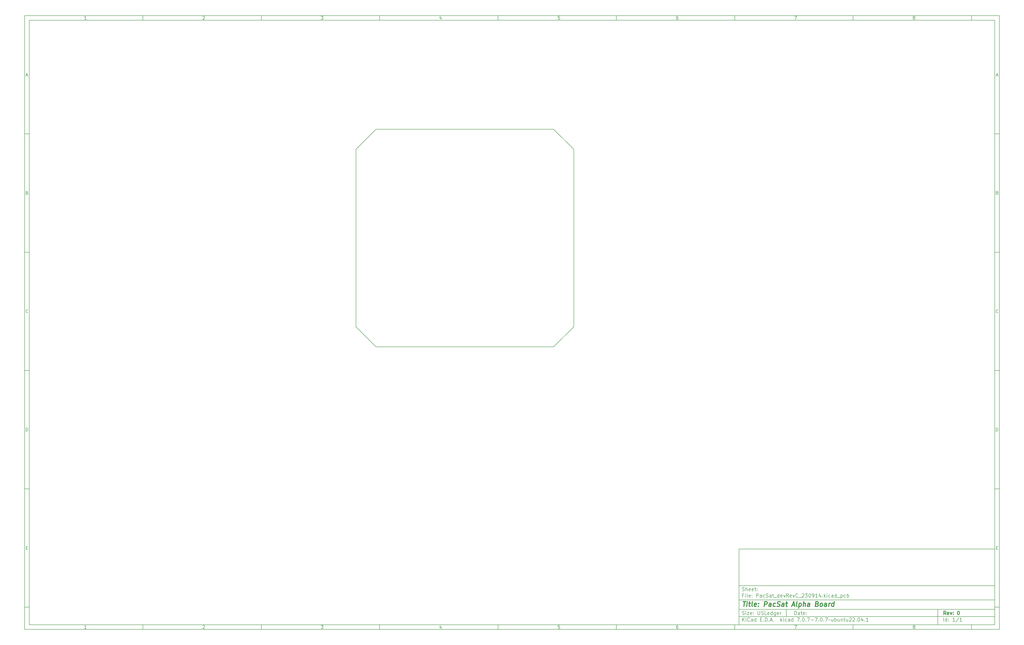
<source format=gbr>
%TF.GenerationSoftware,KiCad,Pcbnew,7.0.7-7.0.7~ubuntu22.04.1*%
%TF.CreationDate,2023-09-14T20:21:40-05:00*%
%TF.ProjectId,PacSat_devRevC_230914,50616353-6174-45f6-9465-76526576435f,0*%
%TF.SameCoordinates,Original*%
%TF.FileFunction,Profile,NP*%
%FSLAX46Y46*%
G04 Gerber Fmt 4.6, Leading zero omitted, Abs format (unit mm)*
G04 Created by KiCad (PCBNEW 7.0.7-7.0.7~ubuntu22.04.1) date 2023-09-14 20:21:40*
%MOMM*%
%LPD*%
G01*
G04 APERTURE LIST*
%ADD10C,0.100000*%
%ADD11C,0.150000*%
%ADD12C,0.300000*%
%ADD13C,0.400000*%
%TA.AperFunction,Profile*%
%ADD14C,0.150000*%
%TD*%
G04 APERTURE END LIST*
D10*
D11*
X311800000Y-235400000D02*
X419800000Y-235400000D01*
X419800000Y-267400000D01*
X311800000Y-267400000D01*
X311800000Y-235400000D01*
D10*
D11*
X10000000Y-10000000D02*
X421800000Y-10000000D01*
X421800000Y-269400000D01*
X10000000Y-269400000D01*
X10000000Y-10000000D01*
D10*
D11*
X12000000Y-12000000D02*
X419800000Y-12000000D01*
X419800000Y-267400000D01*
X12000000Y-267400000D01*
X12000000Y-12000000D01*
D10*
D11*
X60000000Y-12000000D02*
X60000000Y-10000000D01*
D10*
D11*
X110000000Y-12000000D02*
X110000000Y-10000000D01*
D10*
D11*
X160000000Y-12000000D02*
X160000000Y-10000000D01*
D10*
D11*
X210000000Y-12000000D02*
X210000000Y-10000000D01*
D10*
D11*
X260000000Y-12000000D02*
X260000000Y-10000000D01*
D10*
D11*
X310000000Y-12000000D02*
X310000000Y-10000000D01*
D10*
D11*
X360000000Y-12000000D02*
X360000000Y-10000000D01*
D10*
D11*
X410000000Y-12000000D02*
X410000000Y-10000000D01*
D10*
D11*
X36089160Y-11593604D02*
X35346303Y-11593604D01*
X35717731Y-11593604D02*
X35717731Y-10293604D01*
X35717731Y-10293604D02*
X35593922Y-10479319D01*
X35593922Y-10479319D02*
X35470112Y-10603128D01*
X35470112Y-10603128D02*
X35346303Y-10665033D01*
D10*
D11*
X85346303Y-10417414D02*
X85408207Y-10355509D01*
X85408207Y-10355509D02*
X85532017Y-10293604D01*
X85532017Y-10293604D02*
X85841541Y-10293604D01*
X85841541Y-10293604D02*
X85965350Y-10355509D01*
X85965350Y-10355509D02*
X86027255Y-10417414D01*
X86027255Y-10417414D02*
X86089160Y-10541223D01*
X86089160Y-10541223D02*
X86089160Y-10665033D01*
X86089160Y-10665033D02*
X86027255Y-10850747D01*
X86027255Y-10850747D02*
X85284398Y-11593604D01*
X85284398Y-11593604D02*
X86089160Y-11593604D01*
D10*
D11*
X135284398Y-10293604D02*
X136089160Y-10293604D01*
X136089160Y-10293604D02*
X135655826Y-10788842D01*
X135655826Y-10788842D02*
X135841541Y-10788842D01*
X135841541Y-10788842D02*
X135965350Y-10850747D01*
X135965350Y-10850747D02*
X136027255Y-10912652D01*
X136027255Y-10912652D02*
X136089160Y-11036461D01*
X136089160Y-11036461D02*
X136089160Y-11345985D01*
X136089160Y-11345985D02*
X136027255Y-11469795D01*
X136027255Y-11469795D02*
X135965350Y-11531700D01*
X135965350Y-11531700D02*
X135841541Y-11593604D01*
X135841541Y-11593604D02*
X135470112Y-11593604D01*
X135470112Y-11593604D02*
X135346303Y-11531700D01*
X135346303Y-11531700D02*
X135284398Y-11469795D01*
D10*
D11*
X185965350Y-10726938D02*
X185965350Y-11593604D01*
X185655826Y-10231700D02*
X185346303Y-11160271D01*
X185346303Y-11160271D02*
X186151064Y-11160271D01*
D10*
D11*
X236027255Y-10293604D02*
X235408207Y-10293604D01*
X235408207Y-10293604D02*
X235346303Y-10912652D01*
X235346303Y-10912652D02*
X235408207Y-10850747D01*
X235408207Y-10850747D02*
X235532017Y-10788842D01*
X235532017Y-10788842D02*
X235841541Y-10788842D01*
X235841541Y-10788842D02*
X235965350Y-10850747D01*
X235965350Y-10850747D02*
X236027255Y-10912652D01*
X236027255Y-10912652D02*
X236089160Y-11036461D01*
X236089160Y-11036461D02*
X236089160Y-11345985D01*
X236089160Y-11345985D02*
X236027255Y-11469795D01*
X236027255Y-11469795D02*
X235965350Y-11531700D01*
X235965350Y-11531700D02*
X235841541Y-11593604D01*
X235841541Y-11593604D02*
X235532017Y-11593604D01*
X235532017Y-11593604D02*
X235408207Y-11531700D01*
X235408207Y-11531700D02*
X235346303Y-11469795D01*
D10*
D11*
X285965350Y-10293604D02*
X285717731Y-10293604D01*
X285717731Y-10293604D02*
X285593922Y-10355509D01*
X285593922Y-10355509D02*
X285532017Y-10417414D01*
X285532017Y-10417414D02*
X285408207Y-10603128D01*
X285408207Y-10603128D02*
X285346303Y-10850747D01*
X285346303Y-10850747D02*
X285346303Y-11345985D01*
X285346303Y-11345985D02*
X285408207Y-11469795D01*
X285408207Y-11469795D02*
X285470112Y-11531700D01*
X285470112Y-11531700D02*
X285593922Y-11593604D01*
X285593922Y-11593604D02*
X285841541Y-11593604D01*
X285841541Y-11593604D02*
X285965350Y-11531700D01*
X285965350Y-11531700D02*
X286027255Y-11469795D01*
X286027255Y-11469795D02*
X286089160Y-11345985D01*
X286089160Y-11345985D02*
X286089160Y-11036461D01*
X286089160Y-11036461D02*
X286027255Y-10912652D01*
X286027255Y-10912652D02*
X285965350Y-10850747D01*
X285965350Y-10850747D02*
X285841541Y-10788842D01*
X285841541Y-10788842D02*
X285593922Y-10788842D01*
X285593922Y-10788842D02*
X285470112Y-10850747D01*
X285470112Y-10850747D02*
X285408207Y-10912652D01*
X285408207Y-10912652D02*
X285346303Y-11036461D01*
D10*
D11*
X335284398Y-10293604D02*
X336151064Y-10293604D01*
X336151064Y-10293604D02*
X335593922Y-11593604D01*
D10*
D11*
X385593922Y-10850747D02*
X385470112Y-10788842D01*
X385470112Y-10788842D02*
X385408207Y-10726938D01*
X385408207Y-10726938D02*
X385346303Y-10603128D01*
X385346303Y-10603128D02*
X385346303Y-10541223D01*
X385346303Y-10541223D02*
X385408207Y-10417414D01*
X385408207Y-10417414D02*
X385470112Y-10355509D01*
X385470112Y-10355509D02*
X385593922Y-10293604D01*
X385593922Y-10293604D02*
X385841541Y-10293604D01*
X385841541Y-10293604D02*
X385965350Y-10355509D01*
X385965350Y-10355509D02*
X386027255Y-10417414D01*
X386027255Y-10417414D02*
X386089160Y-10541223D01*
X386089160Y-10541223D02*
X386089160Y-10603128D01*
X386089160Y-10603128D02*
X386027255Y-10726938D01*
X386027255Y-10726938D02*
X385965350Y-10788842D01*
X385965350Y-10788842D02*
X385841541Y-10850747D01*
X385841541Y-10850747D02*
X385593922Y-10850747D01*
X385593922Y-10850747D02*
X385470112Y-10912652D01*
X385470112Y-10912652D02*
X385408207Y-10974557D01*
X385408207Y-10974557D02*
X385346303Y-11098366D01*
X385346303Y-11098366D02*
X385346303Y-11345985D01*
X385346303Y-11345985D02*
X385408207Y-11469795D01*
X385408207Y-11469795D02*
X385470112Y-11531700D01*
X385470112Y-11531700D02*
X385593922Y-11593604D01*
X385593922Y-11593604D02*
X385841541Y-11593604D01*
X385841541Y-11593604D02*
X385965350Y-11531700D01*
X385965350Y-11531700D02*
X386027255Y-11469795D01*
X386027255Y-11469795D02*
X386089160Y-11345985D01*
X386089160Y-11345985D02*
X386089160Y-11098366D01*
X386089160Y-11098366D02*
X386027255Y-10974557D01*
X386027255Y-10974557D02*
X385965350Y-10912652D01*
X385965350Y-10912652D02*
X385841541Y-10850747D01*
D10*
D11*
X60000000Y-267400000D02*
X60000000Y-269400000D01*
D10*
D11*
X110000000Y-267400000D02*
X110000000Y-269400000D01*
D10*
D11*
X160000000Y-267400000D02*
X160000000Y-269400000D01*
D10*
D11*
X210000000Y-267400000D02*
X210000000Y-269400000D01*
D10*
D11*
X260000000Y-267400000D02*
X260000000Y-269400000D01*
D10*
D11*
X310000000Y-267400000D02*
X310000000Y-269400000D01*
D10*
D11*
X360000000Y-267400000D02*
X360000000Y-269400000D01*
D10*
D11*
X410000000Y-267400000D02*
X410000000Y-269400000D01*
D10*
D11*
X36089160Y-268993604D02*
X35346303Y-268993604D01*
X35717731Y-268993604D02*
X35717731Y-267693604D01*
X35717731Y-267693604D02*
X35593922Y-267879319D01*
X35593922Y-267879319D02*
X35470112Y-268003128D01*
X35470112Y-268003128D02*
X35346303Y-268065033D01*
D10*
D11*
X85346303Y-267817414D02*
X85408207Y-267755509D01*
X85408207Y-267755509D02*
X85532017Y-267693604D01*
X85532017Y-267693604D02*
X85841541Y-267693604D01*
X85841541Y-267693604D02*
X85965350Y-267755509D01*
X85965350Y-267755509D02*
X86027255Y-267817414D01*
X86027255Y-267817414D02*
X86089160Y-267941223D01*
X86089160Y-267941223D02*
X86089160Y-268065033D01*
X86089160Y-268065033D02*
X86027255Y-268250747D01*
X86027255Y-268250747D02*
X85284398Y-268993604D01*
X85284398Y-268993604D02*
X86089160Y-268993604D01*
D10*
D11*
X135284398Y-267693604D02*
X136089160Y-267693604D01*
X136089160Y-267693604D02*
X135655826Y-268188842D01*
X135655826Y-268188842D02*
X135841541Y-268188842D01*
X135841541Y-268188842D02*
X135965350Y-268250747D01*
X135965350Y-268250747D02*
X136027255Y-268312652D01*
X136027255Y-268312652D02*
X136089160Y-268436461D01*
X136089160Y-268436461D02*
X136089160Y-268745985D01*
X136089160Y-268745985D02*
X136027255Y-268869795D01*
X136027255Y-268869795D02*
X135965350Y-268931700D01*
X135965350Y-268931700D02*
X135841541Y-268993604D01*
X135841541Y-268993604D02*
X135470112Y-268993604D01*
X135470112Y-268993604D02*
X135346303Y-268931700D01*
X135346303Y-268931700D02*
X135284398Y-268869795D01*
D10*
D11*
X185965350Y-268126938D02*
X185965350Y-268993604D01*
X185655826Y-267631700D02*
X185346303Y-268560271D01*
X185346303Y-268560271D02*
X186151064Y-268560271D01*
D10*
D11*
X236027255Y-267693604D02*
X235408207Y-267693604D01*
X235408207Y-267693604D02*
X235346303Y-268312652D01*
X235346303Y-268312652D02*
X235408207Y-268250747D01*
X235408207Y-268250747D02*
X235532017Y-268188842D01*
X235532017Y-268188842D02*
X235841541Y-268188842D01*
X235841541Y-268188842D02*
X235965350Y-268250747D01*
X235965350Y-268250747D02*
X236027255Y-268312652D01*
X236027255Y-268312652D02*
X236089160Y-268436461D01*
X236089160Y-268436461D02*
X236089160Y-268745985D01*
X236089160Y-268745985D02*
X236027255Y-268869795D01*
X236027255Y-268869795D02*
X235965350Y-268931700D01*
X235965350Y-268931700D02*
X235841541Y-268993604D01*
X235841541Y-268993604D02*
X235532017Y-268993604D01*
X235532017Y-268993604D02*
X235408207Y-268931700D01*
X235408207Y-268931700D02*
X235346303Y-268869795D01*
D10*
D11*
X285965350Y-267693604D02*
X285717731Y-267693604D01*
X285717731Y-267693604D02*
X285593922Y-267755509D01*
X285593922Y-267755509D02*
X285532017Y-267817414D01*
X285532017Y-267817414D02*
X285408207Y-268003128D01*
X285408207Y-268003128D02*
X285346303Y-268250747D01*
X285346303Y-268250747D02*
X285346303Y-268745985D01*
X285346303Y-268745985D02*
X285408207Y-268869795D01*
X285408207Y-268869795D02*
X285470112Y-268931700D01*
X285470112Y-268931700D02*
X285593922Y-268993604D01*
X285593922Y-268993604D02*
X285841541Y-268993604D01*
X285841541Y-268993604D02*
X285965350Y-268931700D01*
X285965350Y-268931700D02*
X286027255Y-268869795D01*
X286027255Y-268869795D02*
X286089160Y-268745985D01*
X286089160Y-268745985D02*
X286089160Y-268436461D01*
X286089160Y-268436461D02*
X286027255Y-268312652D01*
X286027255Y-268312652D02*
X285965350Y-268250747D01*
X285965350Y-268250747D02*
X285841541Y-268188842D01*
X285841541Y-268188842D02*
X285593922Y-268188842D01*
X285593922Y-268188842D02*
X285470112Y-268250747D01*
X285470112Y-268250747D02*
X285408207Y-268312652D01*
X285408207Y-268312652D02*
X285346303Y-268436461D01*
D10*
D11*
X335284398Y-267693604D02*
X336151064Y-267693604D01*
X336151064Y-267693604D02*
X335593922Y-268993604D01*
D10*
D11*
X385593922Y-268250747D02*
X385470112Y-268188842D01*
X385470112Y-268188842D02*
X385408207Y-268126938D01*
X385408207Y-268126938D02*
X385346303Y-268003128D01*
X385346303Y-268003128D02*
X385346303Y-267941223D01*
X385346303Y-267941223D02*
X385408207Y-267817414D01*
X385408207Y-267817414D02*
X385470112Y-267755509D01*
X385470112Y-267755509D02*
X385593922Y-267693604D01*
X385593922Y-267693604D02*
X385841541Y-267693604D01*
X385841541Y-267693604D02*
X385965350Y-267755509D01*
X385965350Y-267755509D02*
X386027255Y-267817414D01*
X386027255Y-267817414D02*
X386089160Y-267941223D01*
X386089160Y-267941223D02*
X386089160Y-268003128D01*
X386089160Y-268003128D02*
X386027255Y-268126938D01*
X386027255Y-268126938D02*
X385965350Y-268188842D01*
X385965350Y-268188842D02*
X385841541Y-268250747D01*
X385841541Y-268250747D02*
X385593922Y-268250747D01*
X385593922Y-268250747D02*
X385470112Y-268312652D01*
X385470112Y-268312652D02*
X385408207Y-268374557D01*
X385408207Y-268374557D02*
X385346303Y-268498366D01*
X385346303Y-268498366D02*
X385346303Y-268745985D01*
X385346303Y-268745985D02*
X385408207Y-268869795D01*
X385408207Y-268869795D02*
X385470112Y-268931700D01*
X385470112Y-268931700D02*
X385593922Y-268993604D01*
X385593922Y-268993604D02*
X385841541Y-268993604D01*
X385841541Y-268993604D02*
X385965350Y-268931700D01*
X385965350Y-268931700D02*
X386027255Y-268869795D01*
X386027255Y-268869795D02*
X386089160Y-268745985D01*
X386089160Y-268745985D02*
X386089160Y-268498366D01*
X386089160Y-268498366D02*
X386027255Y-268374557D01*
X386027255Y-268374557D02*
X385965350Y-268312652D01*
X385965350Y-268312652D02*
X385841541Y-268250747D01*
D10*
D11*
X10000000Y-60000000D02*
X12000000Y-60000000D01*
D10*
D11*
X10000000Y-110000000D02*
X12000000Y-110000000D01*
D10*
D11*
X10000000Y-160000000D02*
X12000000Y-160000000D01*
D10*
D11*
X10000000Y-210000000D02*
X12000000Y-210000000D01*
D10*
D11*
X10000000Y-260000000D02*
X12000000Y-260000000D01*
D10*
D11*
X10690476Y-35222176D02*
X11309523Y-35222176D01*
X10566666Y-35593604D02*
X10999999Y-34293604D01*
X10999999Y-34293604D02*
X11433333Y-35593604D01*
D10*
D11*
X11092857Y-84912652D02*
X11278571Y-84974557D01*
X11278571Y-84974557D02*
X11340476Y-85036461D01*
X11340476Y-85036461D02*
X11402380Y-85160271D01*
X11402380Y-85160271D02*
X11402380Y-85345985D01*
X11402380Y-85345985D02*
X11340476Y-85469795D01*
X11340476Y-85469795D02*
X11278571Y-85531700D01*
X11278571Y-85531700D02*
X11154761Y-85593604D01*
X11154761Y-85593604D02*
X10659523Y-85593604D01*
X10659523Y-85593604D02*
X10659523Y-84293604D01*
X10659523Y-84293604D02*
X11092857Y-84293604D01*
X11092857Y-84293604D02*
X11216666Y-84355509D01*
X11216666Y-84355509D02*
X11278571Y-84417414D01*
X11278571Y-84417414D02*
X11340476Y-84541223D01*
X11340476Y-84541223D02*
X11340476Y-84665033D01*
X11340476Y-84665033D02*
X11278571Y-84788842D01*
X11278571Y-84788842D02*
X11216666Y-84850747D01*
X11216666Y-84850747D02*
X11092857Y-84912652D01*
X11092857Y-84912652D02*
X10659523Y-84912652D01*
D10*
D11*
X11402380Y-135469795D02*
X11340476Y-135531700D01*
X11340476Y-135531700D02*
X11154761Y-135593604D01*
X11154761Y-135593604D02*
X11030952Y-135593604D01*
X11030952Y-135593604D02*
X10845238Y-135531700D01*
X10845238Y-135531700D02*
X10721428Y-135407890D01*
X10721428Y-135407890D02*
X10659523Y-135284080D01*
X10659523Y-135284080D02*
X10597619Y-135036461D01*
X10597619Y-135036461D02*
X10597619Y-134850747D01*
X10597619Y-134850747D02*
X10659523Y-134603128D01*
X10659523Y-134603128D02*
X10721428Y-134479319D01*
X10721428Y-134479319D02*
X10845238Y-134355509D01*
X10845238Y-134355509D02*
X11030952Y-134293604D01*
X11030952Y-134293604D02*
X11154761Y-134293604D01*
X11154761Y-134293604D02*
X11340476Y-134355509D01*
X11340476Y-134355509D02*
X11402380Y-134417414D01*
D10*
D11*
X10659523Y-185593604D02*
X10659523Y-184293604D01*
X10659523Y-184293604D02*
X10969047Y-184293604D01*
X10969047Y-184293604D02*
X11154761Y-184355509D01*
X11154761Y-184355509D02*
X11278571Y-184479319D01*
X11278571Y-184479319D02*
X11340476Y-184603128D01*
X11340476Y-184603128D02*
X11402380Y-184850747D01*
X11402380Y-184850747D02*
X11402380Y-185036461D01*
X11402380Y-185036461D02*
X11340476Y-185284080D01*
X11340476Y-185284080D02*
X11278571Y-185407890D01*
X11278571Y-185407890D02*
X11154761Y-185531700D01*
X11154761Y-185531700D02*
X10969047Y-185593604D01*
X10969047Y-185593604D02*
X10659523Y-185593604D01*
D10*
D11*
X10721428Y-234912652D02*
X11154762Y-234912652D01*
X11340476Y-235593604D02*
X10721428Y-235593604D01*
X10721428Y-235593604D02*
X10721428Y-234293604D01*
X10721428Y-234293604D02*
X11340476Y-234293604D01*
D10*
D11*
X421800000Y-60000000D02*
X419800000Y-60000000D01*
D10*
D11*
X421800000Y-110000000D02*
X419800000Y-110000000D01*
D10*
D11*
X421800000Y-160000000D02*
X419800000Y-160000000D01*
D10*
D11*
X421800000Y-210000000D02*
X419800000Y-210000000D01*
D10*
D11*
X421800000Y-260000000D02*
X419800000Y-260000000D01*
D10*
D11*
X420490476Y-35222176D02*
X421109523Y-35222176D01*
X420366666Y-35593604D02*
X420799999Y-34293604D01*
X420799999Y-34293604D02*
X421233333Y-35593604D01*
D10*
D11*
X420892857Y-84912652D02*
X421078571Y-84974557D01*
X421078571Y-84974557D02*
X421140476Y-85036461D01*
X421140476Y-85036461D02*
X421202380Y-85160271D01*
X421202380Y-85160271D02*
X421202380Y-85345985D01*
X421202380Y-85345985D02*
X421140476Y-85469795D01*
X421140476Y-85469795D02*
X421078571Y-85531700D01*
X421078571Y-85531700D02*
X420954761Y-85593604D01*
X420954761Y-85593604D02*
X420459523Y-85593604D01*
X420459523Y-85593604D02*
X420459523Y-84293604D01*
X420459523Y-84293604D02*
X420892857Y-84293604D01*
X420892857Y-84293604D02*
X421016666Y-84355509D01*
X421016666Y-84355509D02*
X421078571Y-84417414D01*
X421078571Y-84417414D02*
X421140476Y-84541223D01*
X421140476Y-84541223D02*
X421140476Y-84665033D01*
X421140476Y-84665033D02*
X421078571Y-84788842D01*
X421078571Y-84788842D02*
X421016666Y-84850747D01*
X421016666Y-84850747D02*
X420892857Y-84912652D01*
X420892857Y-84912652D02*
X420459523Y-84912652D01*
D10*
D11*
X421202380Y-135469795D02*
X421140476Y-135531700D01*
X421140476Y-135531700D02*
X420954761Y-135593604D01*
X420954761Y-135593604D02*
X420830952Y-135593604D01*
X420830952Y-135593604D02*
X420645238Y-135531700D01*
X420645238Y-135531700D02*
X420521428Y-135407890D01*
X420521428Y-135407890D02*
X420459523Y-135284080D01*
X420459523Y-135284080D02*
X420397619Y-135036461D01*
X420397619Y-135036461D02*
X420397619Y-134850747D01*
X420397619Y-134850747D02*
X420459523Y-134603128D01*
X420459523Y-134603128D02*
X420521428Y-134479319D01*
X420521428Y-134479319D02*
X420645238Y-134355509D01*
X420645238Y-134355509D02*
X420830952Y-134293604D01*
X420830952Y-134293604D02*
X420954761Y-134293604D01*
X420954761Y-134293604D02*
X421140476Y-134355509D01*
X421140476Y-134355509D02*
X421202380Y-134417414D01*
D10*
D11*
X420459523Y-185593604D02*
X420459523Y-184293604D01*
X420459523Y-184293604D02*
X420769047Y-184293604D01*
X420769047Y-184293604D02*
X420954761Y-184355509D01*
X420954761Y-184355509D02*
X421078571Y-184479319D01*
X421078571Y-184479319D02*
X421140476Y-184603128D01*
X421140476Y-184603128D02*
X421202380Y-184850747D01*
X421202380Y-184850747D02*
X421202380Y-185036461D01*
X421202380Y-185036461D02*
X421140476Y-185284080D01*
X421140476Y-185284080D02*
X421078571Y-185407890D01*
X421078571Y-185407890D02*
X420954761Y-185531700D01*
X420954761Y-185531700D02*
X420769047Y-185593604D01*
X420769047Y-185593604D02*
X420459523Y-185593604D01*
D10*
D11*
X420521428Y-234912652D02*
X420954762Y-234912652D01*
X421140476Y-235593604D02*
X420521428Y-235593604D01*
X420521428Y-235593604D02*
X420521428Y-234293604D01*
X420521428Y-234293604D02*
X421140476Y-234293604D01*
D10*
D11*
X335255826Y-263186128D02*
X335255826Y-261686128D01*
X335255826Y-261686128D02*
X335612969Y-261686128D01*
X335612969Y-261686128D02*
X335827255Y-261757557D01*
X335827255Y-261757557D02*
X335970112Y-261900414D01*
X335970112Y-261900414D02*
X336041541Y-262043271D01*
X336041541Y-262043271D02*
X336112969Y-262328985D01*
X336112969Y-262328985D02*
X336112969Y-262543271D01*
X336112969Y-262543271D02*
X336041541Y-262828985D01*
X336041541Y-262828985D02*
X335970112Y-262971842D01*
X335970112Y-262971842D02*
X335827255Y-263114700D01*
X335827255Y-263114700D02*
X335612969Y-263186128D01*
X335612969Y-263186128D02*
X335255826Y-263186128D01*
X337398684Y-263186128D02*
X337398684Y-262400414D01*
X337398684Y-262400414D02*
X337327255Y-262257557D01*
X337327255Y-262257557D02*
X337184398Y-262186128D01*
X337184398Y-262186128D02*
X336898684Y-262186128D01*
X336898684Y-262186128D02*
X336755826Y-262257557D01*
X337398684Y-263114700D02*
X337255826Y-263186128D01*
X337255826Y-263186128D02*
X336898684Y-263186128D01*
X336898684Y-263186128D02*
X336755826Y-263114700D01*
X336755826Y-263114700D02*
X336684398Y-262971842D01*
X336684398Y-262971842D02*
X336684398Y-262828985D01*
X336684398Y-262828985D02*
X336755826Y-262686128D01*
X336755826Y-262686128D02*
X336898684Y-262614700D01*
X336898684Y-262614700D02*
X337255826Y-262614700D01*
X337255826Y-262614700D02*
X337398684Y-262543271D01*
X337898684Y-262186128D02*
X338470112Y-262186128D01*
X338112969Y-261686128D02*
X338112969Y-262971842D01*
X338112969Y-262971842D02*
X338184398Y-263114700D01*
X338184398Y-263114700D02*
X338327255Y-263186128D01*
X338327255Y-263186128D02*
X338470112Y-263186128D01*
X339541541Y-263114700D02*
X339398684Y-263186128D01*
X339398684Y-263186128D02*
X339112970Y-263186128D01*
X339112970Y-263186128D02*
X338970112Y-263114700D01*
X338970112Y-263114700D02*
X338898684Y-262971842D01*
X338898684Y-262971842D02*
X338898684Y-262400414D01*
X338898684Y-262400414D02*
X338970112Y-262257557D01*
X338970112Y-262257557D02*
X339112970Y-262186128D01*
X339112970Y-262186128D02*
X339398684Y-262186128D01*
X339398684Y-262186128D02*
X339541541Y-262257557D01*
X339541541Y-262257557D02*
X339612970Y-262400414D01*
X339612970Y-262400414D02*
X339612970Y-262543271D01*
X339612970Y-262543271D02*
X338898684Y-262686128D01*
X340255826Y-263043271D02*
X340327255Y-263114700D01*
X340327255Y-263114700D02*
X340255826Y-263186128D01*
X340255826Y-263186128D02*
X340184398Y-263114700D01*
X340184398Y-263114700D02*
X340255826Y-263043271D01*
X340255826Y-263043271D02*
X340255826Y-263186128D01*
X340255826Y-262257557D02*
X340327255Y-262328985D01*
X340327255Y-262328985D02*
X340255826Y-262400414D01*
X340255826Y-262400414D02*
X340184398Y-262328985D01*
X340184398Y-262328985D02*
X340255826Y-262257557D01*
X340255826Y-262257557D02*
X340255826Y-262400414D01*
D10*
D11*
X311800000Y-263900000D02*
X419800000Y-263900000D01*
D10*
D11*
X313255826Y-265986128D02*
X313255826Y-264486128D01*
X314112969Y-265986128D02*
X313470112Y-265128985D01*
X314112969Y-264486128D02*
X313255826Y-265343271D01*
X314755826Y-265986128D02*
X314755826Y-264986128D01*
X314755826Y-264486128D02*
X314684398Y-264557557D01*
X314684398Y-264557557D02*
X314755826Y-264628985D01*
X314755826Y-264628985D02*
X314827255Y-264557557D01*
X314827255Y-264557557D02*
X314755826Y-264486128D01*
X314755826Y-264486128D02*
X314755826Y-264628985D01*
X316327255Y-265843271D02*
X316255827Y-265914700D01*
X316255827Y-265914700D02*
X316041541Y-265986128D01*
X316041541Y-265986128D02*
X315898684Y-265986128D01*
X315898684Y-265986128D02*
X315684398Y-265914700D01*
X315684398Y-265914700D02*
X315541541Y-265771842D01*
X315541541Y-265771842D02*
X315470112Y-265628985D01*
X315470112Y-265628985D02*
X315398684Y-265343271D01*
X315398684Y-265343271D02*
X315398684Y-265128985D01*
X315398684Y-265128985D02*
X315470112Y-264843271D01*
X315470112Y-264843271D02*
X315541541Y-264700414D01*
X315541541Y-264700414D02*
X315684398Y-264557557D01*
X315684398Y-264557557D02*
X315898684Y-264486128D01*
X315898684Y-264486128D02*
X316041541Y-264486128D01*
X316041541Y-264486128D02*
X316255827Y-264557557D01*
X316255827Y-264557557D02*
X316327255Y-264628985D01*
X317612970Y-265986128D02*
X317612970Y-265200414D01*
X317612970Y-265200414D02*
X317541541Y-265057557D01*
X317541541Y-265057557D02*
X317398684Y-264986128D01*
X317398684Y-264986128D02*
X317112970Y-264986128D01*
X317112970Y-264986128D02*
X316970112Y-265057557D01*
X317612970Y-265914700D02*
X317470112Y-265986128D01*
X317470112Y-265986128D02*
X317112970Y-265986128D01*
X317112970Y-265986128D02*
X316970112Y-265914700D01*
X316970112Y-265914700D02*
X316898684Y-265771842D01*
X316898684Y-265771842D02*
X316898684Y-265628985D01*
X316898684Y-265628985D02*
X316970112Y-265486128D01*
X316970112Y-265486128D02*
X317112970Y-265414700D01*
X317112970Y-265414700D02*
X317470112Y-265414700D01*
X317470112Y-265414700D02*
X317612970Y-265343271D01*
X318970113Y-265986128D02*
X318970113Y-264486128D01*
X318970113Y-265914700D02*
X318827255Y-265986128D01*
X318827255Y-265986128D02*
X318541541Y-265986128D01*
X318541541Y-265986128D02*
X318398684Y-265914700D01*
X318398684Y-265914700D02*
X318327255Y-265843271D01*
X318327255Y-265843271D02*
X318255827Y-265700414D01*
X318255827Y-265700414D02*
X318255827Y-265271842D01*
X318255827Y-265271842D02*
X318327255Y-265128985D01*
X318327255Y-265128985D02*
X318398684Y-265057557D01*
X318398684Y-265057557D02*
X318541541Y-264986128D01*
X318541541Y-264986128D02*
X318827255Y-264986128D01*
X318827255Y-264986128D02*
X318970113Y-265057557D01*
X320827255Y-265200414D02*
X321327255Y-265200414D01*
X321541541Y-265986128D02*
X320827255Y-265986128D01*
X320827255Y-265986128D02*
X320827255Y-264486128D01*
X320827255Y-264486128D02*
X321541541Y-264486128D01*
X322184398Y-265843271D02*
X322255827Y-265914700D01*
X322255827Y-265914700D02*
X322184398Y-265986128D01*
X322184398Y-265986128D02*
X322112970Y-265914700D01*
X322112970Y-265914700D02*
X322184398Y-265843271D01*
X322184398Y-265843271D02*
X322184398Y-265986128D01*
X322898684Y-265986128D02*
X322898684Y-264486128D01*
X322898684Y-264486128D02*
X323255827Y-264486128D01*
X323255827Y-264486128D02*
X323470113Y-264557557D01*
X323470113Y-264557557D02*
X323612970Y-264700414D01*
X323612970Y-264700414D02*
X323684399Y-264843271D01*
X323684399Y-264843271D02*
X323755827Y-265128985D01*
X323755827Y-265128985D02*
X323755827Y-265343271D01*
X323755827Y-265343271D02*
X323684399Y-265628985D01*
X323684399Y-265628985D02*
X323612970Y-265771842D01*
X323612970Y-265771842D02*
X323470113Y-265914700D01*
X323470113Y-265914700D02*
X323255827Y-265986128D01*
X323255827Y-265986128D02*
X322898684Y-265986128D01*
X324398684Y-265843271D02*
X324470113Y-265914700D01*
X324470113Y-265914700D02*
X324398684Y-265986128D01*
X324398684Y-265986128D02*
X324327256Y-265914700D01*
X324327256Y-265914700D02*
X324398684Y-265843271D01*
X324398684Y-265843271D02*
X324398684Y-265986128D01*
X325041542Y-265557557D02*
X325755828Y-265557557D01*
X324898685Y-265986128D02*
X325398685Y-264486128D01*
X325398685Y-264486128D02*
X325898685Y-265986128D01*
X326398684Y-265843271D02*
X326470113Y-265914700D01*
X326470113Y-265914700D02*
X326398684Y-265986128D01*
X326398684Y-265986128D02*
X326327256Y-265914700D01*
X326327256Y-265914700D02*
X326398684Y-265843271D01*
X326398684Y-265843271D02*
X326398684Y-265986128D01*
X329398684Y-265986128D02*
X329398684Y-264486128D01*
X329541542Y-265414700D02*
X329970113Y-265986128D01*
X329970113Y-264986128D02*
X329398684Y-265557557D01*
X330612970Y-265986128D02*
X330612970Y-264986128D01*
X330612970Y-264486128D02*
X330541542Y-264557557D01*
X330541542Y-264557557D02*
X330612970Y-264628985D01*
X330612970Y-264628985D02*
X330684399Y-264557557D01*
X330684399Y-264557557D02*
X330612970Y-264486128D01*
X330612970Y-264486128D02*
X330612970Y-264628985D01*
X331970114Y-265914700D02*
X331827256Y-265986128D01*
X331827256Y-265986128D02*
X331541542Y-265986128D01*
X331541542Y-265986128D02*
X331398685Y-265914700D01*
X331398685Y-265914700D02*
X331327256Y-265843271D01*
X331327256Y-265843271D02*
X331255828Y-265700414D01*
X331255828Y-265700414D02*
X331255828Y-265271842D01*
X331255828Y-265271842D02*
X331327256Y-265128985D01*
X331327256Y-265128985D02*
X331398685Y-265057557D01*
X331398685Y-265057557D02*
X331541542Y-264986128D01*
X331541542Y-264986128D02*
X331827256Y-264986128D01*
X331827256Y-264986128D02*
X331970114Y-265057557D01*
X333255828Y-265986128D02*
X333255828Y-265200414D01*
X333255828Y-265200414D02*
X333184399Y-265057557D01*
X333184399Y-265057557D02*
X333041542Y-264986128D01*
X333041542Y-264986128D02*
X332755828Y-264986128D01*
X332755828Y-264986128D02*
X332612970Y-265057557D01*
X333255828Y-265914700D02*
X333112970Y-265986128D01*
X333112970Y-265986128D02*
X332755828Y-265986128D01*
X332755828Y-265986128D02*
X332612970Y-265914700D01*
X332612970Y-265914700D02*
X332541542Y-265771842D01*
X332541542Y-265771842D02*
X332541542Y-265628985D01*
X332541542Y-265628985D02*
X332612970Y-265486128D01*
X332612970Y-265486128D02*
X332755828Y-265414700D01*
X332755828Y-265414700D02*
X333112970Y-265414700D01*
X333112970Y-265414700D02*
X333255828Y-265343271D01*
X334612971Y-265986128D02*
X334612971Y-264486128D01*
X334612971Y-265914700D02*
X334470113Y-265986128D01*
X334470113Y-265986128D02*
X334184399Y-265986128D01*
X334184399Y-265986128D02*
X334041542Y-265914700D01*
X334041542Y-265914700D02*
X333970113Y-265843271D01*
X333970113Y-265843271D02*
X333898685Y-265700414D01*
X333898685Y-265700414D02*
X333898685Y-265271842D01*
X333898685Y-265271842D02*
X333970113Y-265128985D01*
X333970113Y-265128985D02*
X334041542Y-265057557D01*
X334041542Y-265057557D02*
X334184399Y-264986128D01*
X334184399Y-264986128D02*
X334470113Y-264986128D01*
X334470113Y-264986128D02*
X334612971Y-265057557D01*
X336327256Y-264486128D02*
X337327256Y-264486128D01*
X337327256Y-264486128D02*
X336684399Y-265986128D01*
X337898684Y-265843271D02*
X337970113Y-265914700D01*
X337970113Y-265914700D02*
X337898684Y-265986128D01*
X337898684Y-265986128D02*
X337827256Y-265914700D01*
X337827256Y-265914700D02*
X337898684Y-265843271D01*
X337898684Y-265843271D02*
X337898684Y-265986128D01*
X338898685Y-264486128D02*
X339041542Y-264486128D01*
X339041542Y-264486128D02*
X339184399Y-264557557D01*
X339184399Y-264557557D02*
X339255828Y-264628985D01*
X339255828Y-264628985D02*
X339327256Y-264771842D01*
X339327256Y-264771842D02*
X339398685Y-265057557D01*
X339398685Y-265057557D02*
X339398685Y-265414700D01*
X339398685Y-265414700D02*
X339327256Y-265700414D01*
X339327256Y-265700414D02*
X339255828Y-265843271D01*
X339255828Y-265843271D02*
X339184399Y-265914700D01*
X339184399Y-265914700D02*
X339041542Y-265986128D01*
X339041542Y-265986128D02*
X338898685Y-265986128D01*
X338898685Y-265986128D02*
X338755828Y-265914700D01*
X338755828Y-265914700D02*
X338684399Y-265843271D01*
X338684399Y-265843271D02*
X338612970Y-265700414D01*
X338612970Y-265700414D02*
X338541542Y-265414700D01*
X338541542Y-265414700D02*
X338541542Y-265057557D01*
X338541542Y-265057557D02*
X338612970Y-264771842D01*
X338612970Y-264771842D02*
X338684399Y-264628985D01*
X338684399Y-264628985D02*
X338755828Y-264557557D01*
X338755828Y-264557557D02*
X338898685Y-264486128D01*
X340041541Y-265843271D02*
X340112970Y-265914700D01*
X340112970Y-265914700D02*
X340041541Y-265986128D01*
X340041541Y-265986128D02*
X339970113Y-265914700D01*
X339970113Y-265914700D02*
X340041541Y-265843271D01*
X340041541Y-265843271D02*
X340041541Y-265986128D01*
X340612970Y-264486128D02*
X341612970Y-264486128D01*
X341612970Y-264486128D02*
X340970113Y-265986128D01*
X342184398Y-265414700D02*
X343327256Y-265414700D01*
X343898684Y-264486128D02*
X344898684Y-264486128D01*
X344898684Y-264486128D02*
X344255827Y-265986128D01*
X345470112Y-265843271D02*
X345541541Y-265914700D01*
X345541541Y-265914700D02*
X345470112Y-265986128D01*
X345470112Y-265986128D02*
X345398684Y-265914700D01*
X345398684Y-265914700D02*
X345470112Y-265843271D01*
X345470112Y-265843271D02*
X345470112Y-265986128D01*
X346470113Y-264486128D02*
X346612970Y-264486128D01*
X346612970Y-264486128D02*
X346755827Y-264557557D01*
X346755827Y-264557557D02*
X346827256Y-264628985D01*
X346827256Y-264628985D02*
X346898684Y-264771842D01*
X346898684Y-264771842D02*
X346970113Y-265057557D01*
X346970113Y-265057557D02*
X346970113Y-265414700D01*
X346970113Y-265414700D02*
X346898684Y-265700414D01*
X346898684Y-265700414D02*
X346827256Y-265843271D01*
X346827256Y-265843271D02*
X346755827Y-265914700D01*
X346755827Y-265914700D02*
X346612970Y-265986128D01*
X346612970Y-265986128D02*
X346470113Y-265986128D01*
X346470113Y-265986128D02*
X346327256Y-265914700D01*
X346327256Y-265914700D02*
X346255827Y-265843271D01*
X346255827Y-265843271D02*
X346184398Y-265700414D01*
X346184398Y-265700414D02*
X346112970Y-265414700D01*
X346112970Y-265414700D02*
X346112970Y-265057557D01*
X346112970Y-265057557D02*
X346184398Y-264771842D01*
X346184398Y-264771842D02*
X346255827Y-264628985D01*
X346255827Y-264628985D02*
X346327256Y-264557557D01*
X346327256Y-264557557D02*
X346470113Y-264486128D01*
X347612969Y-265843271D02*
X347684398Y-265914700D01*
X347684398Y-265914700D02*
X347612969Y-265986128D01*
X347612969Y-265986128D02*
X347541541Y-265914700D01*
X347541541Y-265914700D02*
X347612969Y-265843271D01*
X347612969Y-265843271D02*
X347612969Y-265986128D01*
X348184398Y-264486128D02*
X349184398Y-264486128D01*
X349184398Y-264486128D02*
X348541541Y-265986128D01*
X349541541Y-265414700D02*
X349612969Y-265343271D01*
X349612969Y-265343271D02*
X349755826Y-265271842D01*
X349755826Y-265271842D02*
X350041541Y-265414700D01*
X350041541Y-265414700D02*
X350184398Y-265343271D01*
X350184398Y-265343271D02*
X350255826Y-265271842D01*
X351470113Y-264986128D02*
X351470113Y-265986128D01*
X350827255Y-264986128D02*
X350827255Y-265771842D01*
X350827255Y-265771842D02*
X350898684Y-265914700D01*
X350898684Y-265914700D02*
X351041541Y-265986128D01*
X351041541Y-265986128D02*
X351255827Y-265986128D01*
X351255827Y-265986128D02*
X351398684Y-265914700D01*
X351398684Y-265914700D02*
X351470113Y-265843271D01*
X352184398Y-265986128D02*
X352184398Y-264486128D01*
X352184398Y-265057557D02*
X352327256Y-264986128D01*
X352327256Y-264986128D02*
X352612970Y-264986128D01*
X352612970Y-264986128D02*
X352755827Y-265057557D01*
X352755827Y-265057557D02*
X352827256Y-265128985D01*
X352827256Y-265128985D02*
X352898684Y-265271842D01*
X352898684Y-265271842D02*
X352898684Y-265700414D01*
X352898684Y-265700414D02*
X352827256Y-265843271D01*
X352827256Y-265843271D02*
X352755827Y-265914700D01*
X352755827Y-265914700D02*
X352612970Y-265986128D01*
X352612970Y-265986128D02*
X352327256Y-265986128D01*
X352327256Y-265986128D02*
X352184398Y-265914700D01*
X354184399Y-264986128D02*
X354184399Y-265986128D01*
X353541541Y-264986128D02*
X353541541Y-265771842D01*
X353541541Y-265771842D02*
X353612970Y-265914700D01*
X353612970Y-265914700D02*
X353755827Y-265986128D01*
X353755827Y-265986128D02*
X353970113Y-265986128D01*
X353970113Y-265986128D02*
X354112970Y-265914700D01*
X354112970Y-265914700D02*
X354184399Y-265843271D01*
X354898684Y-264986128D02*
X354898684Y-265986128D01*
X354898684Y-265128985D02*
X354970113Y-265057557D01*
X354970113Y-265057557D02*
X355112970Y-264986128D01*
X355112970Y-264986128D02*
X355327256Y-264986128D01*
X355327256Y-264986128D02*
X355470113Y-265057557D01*
X355470113Y-265057557D02*
X355541542Y-265200414D01*
X355541542Y-265200414D02*
X355541542Y-265986128D01*
X356041542Y-264986128D02*
X356612970Y-264986128D01*
X356255827Y-264486128D02*
X356255827Y-265771842D01*
X356255827Y-265771842D02*
X356327256Y-265914700D01*
X356327256Y-265914700D02*
X356470113Y-265986128D01*
X356470113Y-265986128D02*
X356612970Y-265986128D01*
X357755828Y-264986128D02*
X357755828Y-265986128D01*
X357112970Y-264986128D02*
X357112970Y-265771842D01*
X357112970Y-265771842D02*
X357184399Y-265914700D01*
X357184399Y-265914700D02*
X357327256Y-265986128D01*
X357327256Y-265986128D02*
X357541542Y-265986128D01*
X357541542Y-265986128D02*
X357684399Y-265914700D01*
X357684399Y-265914700D02*
X357755828Y-265843271D01*
X358398685Y-264628985D02*
X358470113Y-264557557D01*
X358470113Y-264557557D02*
X358612971Y-264486128D01*
X358612971Y-264486128D02*
X358970113Y-264486128D01*
X358970113Y-264486128D02*
X359112971Y-264557557D01*
X359112971Y-264557557D02*
X359184399Y-264628985D01*
X359184399Y-264628985D02*
X359255828Y-264771842D01*
X359255828Y-264771842D02*
X359255828Y-264914700D01*
X359255828Y-264914700D02*
X359184399Y-265128985D01*
X359184399Y-265128985D02*
X358327256Y-265986128D01*
X358327256Y-265986128D02*
X359255828Y-265986128D01*
X359827256Y-264628985D02*
X359898684Y-264557557D01*
X359898684Y-264557557D02*
X360041542Y-264486128D01*
X360041542Y-264486128D02*
X360398684Y-264486128D01*
X360398684Y-264486128D02*
X360541542Y-264557557D01*
X360541542Y-264557557D02*
X360612970Y-264628985D01*
X360612970Y-264628985D02*
X360684399Y-264771842D01*
X360684399Y-264771842D02*
X360684399Y-264914700D01*
X360684399Y-264914700D02*
X360612970Y-265128985D01*
X360612970Y-265128985D02*
X359755827Y-265986128D01*
X359755827Y-265986128D02*
X360684399Y-265986128D01*
X361327255Y-265843271D02*
X361398684Y-265914700D01*
X361398684Y-265914700D02*
X361327255Y-265986128D01*
X361327255Y-265986128D02*
X361255827Y-265914700D01*
X361255827Y-265914700D02*
X361327255Y-265843271D01*
X361327255Y-265843271D02*
X361327255Y-265986128D01*
X362327256Y-264486128D02*
X362470113Y-264486128D01*
X362470113Y-264486128D02*
X362612970Y-264557557D01*
X362612970Y-264557557D02*
X362684399Y-264628985D01*
X362684399Y-264628985D02*
X362755827Y-264771842D01*
X362755827Y-264771842D02*
X362827256Y-265057557D01*
X362827256Y-265057557D02*
X362827256Y-265414700D01*
X362827256Y-265414700D02*
X362755827Y-265700414D01*
X362755827Y-265700414D02*
X362684399Y-265843271D01*
X362684399Y-265843271D02*
X362612970Y-265914700D01*
X362612970Y-265914700D02*
X362470113Y-265986128D01*
X362470113Y-265986128D02*
X362327256Y-265986128D01*
X362327256Y-265986128D02*
X362184399Y-265914700D01*
X362184399Y-265914700D02*
X362112970Y-265843271D01*
X362112970Y-265843271D02*
X362041541Y-265700414D01*
X362041541Y-265700414D02*
X361970113Y-265414700D01*
X361970113Y-265414700D02*
X361970113Y-265057557D01*
X361970113Y-265057557D02*
X362041541Y-264771842D01*
X362041541Y-264771842D02*
X362112970Y-264628985D01*
X362112970Y-264628985D02*
X362184399Y-264557557D01*
X362184399Y-264557557D02*
X362327256Y-264486128D01*
X364112970Y-264986128D02*
X364112970Y-265986128D01*
X363755827Y-264414700D02*
X363398684Y-265486128D01*
X363398684Y-265486128D02*
X364327255Y-265486128D01*
X364898683Y-265843271D02*
X364970112Y-265914700D01*
X364970112Y-265914700D02*
X364898683Y-265986128D01*
X364898683Y-265986128D02*
X364827255Y-265914700D01*
X364827255Y-265914700D02*
X364898683Y-265843271D01*
X364898683Y-265843271D02*
X364898683Y-265986128D01*
X366398684Y-265986128D02*
X365541541Y-265986128D01*
X365970112Y-265986128D02*
X365970112Y-264486128D01*
X365970112Y-264486128D02*
X365827255Y-264700414D01*
X365827255Y-264700414D02*
X365684398Y-264843271D01*
X365684398Y-264843271D02*
X365541541Y-264914700D01*
D10*
D11*
X311800000Y-260900000D02*
X419800000Y-260900000D01*
D10*
D12*
X399211653Y-263178328D02*
X398711653Y-262464042D01*
X398354510Y-263178328D02*
X398354510Y-261678328D01*
X398354510Y-261678328D02*
X398925939Y-261678328D01*
X398925939Y-261678328D02*
X399068796Y-261749757D01*
X399068796Y-261749757D02*
X399140225Y-261821185D01*
X399140225Y-261821185D02*
X399211653Y-261964042D01*
X399211653Y-261964042D02*
X399211653Y-262178328D01*
X399211653Y-262178328D02*
X399140225Y-262321185D01*
X399140225Y-262321185D02*
X399068796Y-262392614D01*
X399068796Y-262392614D02*
X398925939Y-262464042D01*
X398925939Y-262464042D02*
X398354510Y-262464042D01*
X400425939Y-263106900D02*
X400283082Y-263178328D01*
X400283082Y-263178328D02*
X399997368Y-263178328D01*
X399997368Y-263178328D02*
X399854510Y-263106900D01*
X399854510Y-263106900D02*
X399783082Y-262964042D01*
X399783082Y-262964042D02*
X399783082Y-262392614D01*
X399783082Y-262392614D02*
X399854510Y-262249757D01*
X399854510Y-262249757D02*
X399997368Y-262178328D01*
X399997368Y-262178328D02*
X400283082Y-262178328D01*
X400283082Y-262178328D02*
X400425939Y-262249757D01*
X400425939Y-262249757D02*
X400497368Y-262392614D01*
X400497368Y-262392614D02*
X400497368Y-262535471D01*
X400497368Y-262535471D02*
X399783082Y-262678328D01*
X400997367Y-262178328D02*
X401354510Y-263178328D01*
X401354510Y-263178328D02*
X401711653Y-262178328D01*
X402283081Y-263035471D02*
X402354510Y-263106900D01*
X402354510Y-263106900D02*
X402283081Y-263178328D01*
X402283081Y-263178328D02*
X402211653Y-263106900D01*
X402211653Y-263106900D02*
X402283081Y-263035471D01*
X402283081Y-263035471D02*
X402283081Y-263178328D01*
X402283081Y-262249757D02*
X402354510Y-262321185D01*
X402354510Y-262321185D02*
X402283081Y-262392614D01*
X402283081Y-262392614D02*
X402211653Y-262321185D01*
X402211653Y-262321185D02*
X402283081Y-262249757D01*
X402283081Y-262249757D02*
X402283081Y-262392614D01*
X404425939Y-261678328D02*
X404568796Y-261678328D01*
X404568796Y-261678328D02*
X404711653Y-261749757D01*
X404711653Y-261749757D02*
X404783082Y-261821185D01*
X404783082Y-261821185D02*
X404854510Y-261964042D01*
X404854510Y-261964042D02*
X404925939Y-262249757D01*
X404925939Y-262249757D02*
X404925939Y-262606900D01*
X404925939Y-262606900D02*
X404854510Y-262892614D01*
X404854510Y-262892614D02*
X404783082Y-263035471D01*
X404783082Y-263035471D02*
X404711653Y-263106900D01*
X404711653Y-263106900D02*
X404568796Y-263178328D01*
X404568796Y-263178328D02*
X404425939Y-263178328D01*
X404425939Y-263178328D02*
X404283082Y-263106900D01*
X404283082Y-263106900D02*
X404211653Y-263035471D01*
X404211653Y-263035471D02*
X404140224Y-262892614D01*
X404140224Y-262892614D02*
X404068796Y-262606900D01*
X404068796Y-262606900D02*
X404068796Y-262249757D01*
X404068796Y-262249757D02*
X404140224Y-261964042D01*
X404140224Y-261964042D02*
X404211653Y-261821185D01*
X404211653Y-261821185D02*
X404283082Y-261749757D01*
X404283082Y-261749757D02*
X404425939Y-261678328D01*
D10*
D11*
X313184398Y-263114700D02*
X313398684Y-263186128D01*
X313398684Y-263186128D02*
X313755826Y-263186128D01*
X313755826Y-263186128D02*
X313898684Y-263114700D01*
X313898684Y-263114700D02*
X313970112Y-263043271D01*
X313970112Y-263043271D02*
X314041541Y-262900414D01*
X314041541Y-262900414D02*
X314041541Y-262757557D01*
X314041541Y-262757557D02*
X313970112Y-262614700D01*
X313970112Y-262614700D02*
X313898684Y-262543271D01*
X313898684Y-262543271D02*
X313755826Y-262471842D01*
X313755826Y-262471842D02*
X313470112Y-262400414D01*
X313470112Y-262400414D02*
X313327255Y-262328985D01*
X313327255Y-262328985D02*
X313255826Y-262257557D01*
X313255826Y-262257557D02*
X313184398Y-262114700D01*
X313184398Y-262114700D02*
X313184398Y-261971842D01*
X313184398Y-261971842D02*
X313255826Y-261828985D01*
X313255826Y-261828985D02*
X313327255Y-261757557D01*
X313327255Y-261757557D02*
X313470112Y-261686128D01*
X313470112Y-261686128D02*
X313827255Y-261686128D01*
X313827255Y-261686128D02*
X314041541Y-261757557D01*
X314684397Y-263186128D02*
X314684397Y-262186128D01*
X314684397Y-261686128D02*
X314612969Y-261757557D01*
X314612969Y-261757557D02*
X314684397Y-261828985D01*
X314684397Y-261828985D02*
X314755826Y-261757557D01*
X314755826Y-261757557D02*
X314684397Y-261686128D01*
X314684397Y-261686128D02*
X314684397Y-261828985D01*
X315255826Y-262186128D02*
X316041541Y-262186128D01*
X316041541Y-262186128D02*
X315255826Y-263186128D01*
X315255826Y-263186128D02*
X316041541Y-263186128D01*
X317184398Y-263114700D02*
X317041541Y-263186128D01*
X317041541Y-263186128D02*
X316755827Y-263186128D01*
X316755827Y-263186128D02*
X316612969Y-263114700D01*
X316612969Y-263114700D02*
X316541541Y-262971842D01*
X316541541Y-262971842D02*
X316541541Y-262400414D01*
X316541541Y-262400414D02*
X316612969Y-262257557D01*
X316612969Y-262257557D02*
X316755827Y-262186128D01*
X316755827Y-262186128D02*
X317041541Y-262186128D01*
X317041541Y-262186128D02*
X317184398Y-262257557D01*
X317184398Y-262257557D02*
X317255827Y-262400414D01*
X317255827Y-262400414D02*
X317255827Y-262543271D01*
X317255827Y-262543271D02*
X316541541Y-262686128D01*
X317898683Y-263043271D02*
X317970112Y-263114700D01*
X317970112Y-263114700D02*
X317898683Y-263186128D01*
X317898683Y-263186128D02*
X317827255Y-263114700D01*
X317827255Y-263114700D02*
X317898683Y-263043271D01*
X317898683Y-263043271D02*
X317898683Y-263186128D01*
X317898683Y-262257557D02*
X317970112Y-262328985D01*
X317970112Y-262328985D02*
X317898683Y-262400414D01*
X317898683Y-262400414D02*
X317827255Y-262328985D01*
X317827255Y-262328985D02*
X317898683Y-262257557D01*
X317898683Y-262257557D02*
X317898683Y-262400414D01*
X319755826Y-261686128D02*
X319755826Y-262900414D01*
X319755826Y-262900414D02*
X319827255Y-263043271D01*
X319827255Y-263043271D02*
X319898684Y-263114700D01*
X319898684Y-263114700D02*
X320041541Y-263186128D01*
X320041541Y-263186128D02*
X320327255Y-263186128D01*
X320327255Y-263186128D02*
X320470112Y-263114700D01*
X320470112Y-263114700D02*
X320541541Y-263043271D01*
X320541541Y-263043271D02*
X320612969Y-262900414D01*
X320612969Y-262900414D02*
X320612969Y-261686128D01*
X321255827Y-263114700D02*
X321470113Y-263186128D01*
X321470113Y-263186128D02*
X321827255Y-263186128D01*
X321827255Y-263186128D02*
X321970113Y-263114700D01*
X321970113Y-263114700D02*
X322041541Y-263043271D01*
X322041541Y-263043271D02*
X322112970Y-262900414D01*
X322112970Y-262900414D02*
X322112970Y-262757557D01*
X322112970Y-262757557D02*
X322041541Y-262614700D01*
X322041541Y-262614700D02*
X321970113Y-262543271D01*
X321970113Y-262543271D02*
X321827255Y-262471842D01*
X321827255Y-262471842D02*
X321541541Y-262400414D01*
X321541541Y-262400414D02*
X321398684Y-262328985D01*
X321398684Y-262328985D02*
X321327255Y-262257557D01*
X321327255Y-262257557D02*
X321255827Y-262114700D01*
X321255827Y-262114700D02*
X321255827Y-261971842D01*
X321255827Y-261971842D02*
X321327255Y-261828985D01*
X321327255Y-261828985D02*
X321398684Y-261757557D01*
X321398684Y-261757557D02*
X321541541Y-261686128D01*
X321541541Y-261686128D02*
X321898684Y-261686128D01*
X321898684Y-261686128D02*
X322112970Y-261757557D01*
X323470112Y-263186128D02*
X322755826Y-263186128D01*
X322755826Y-263186128D02*
X322755826Y-261686128D01*
X324541541Y-263114700D02*
X324398684Y-263186128D01*
X324398684Y-263186128D02*
X324112970Y-263186128D01*
X324112970Y-263186128D02*
X323970112Y-263114700D01*
X323970112Y-263114700D02*
X323898684Y-262971842D01*
X323898684Y-262971842D02*
X323898684Y-262400414D01*
X323898684Y-262400414D02*
X323970112Y-262257557D01*
X323970112Y-262257557D02*
X324112970Y-262186128D01*
X324112970Y-262186128D02*
X324398684Y-262186128D01*
X324398684Y-262186128D02*
X324541541Y-262257557D01*
X324541541Y-262257557D02*
X324612970Y-262400414D01*
X324612970Y-262400414D02*
X324612970Y-262543271D01*
X324612970Y-262543271D02*
X323898684Y-262686128D01*
X325898684Y-263186128D02*
X325898684Y-261686128D01*
X325898684Y-263114700D02*
X325755826Y-263186128D01*
X325755826Y-263186128D02*
X325470112Y-263186128D01*
X325470112Y-263186128D02*
X325327255Y-263114700D01*
X325327255Y-263114700D02*
X325255826Y-263043271D01*
X325255826Y-263043271D02*
X325184398Y-262900414D01*
X325184398Y-262900414D02*
X325184398Y-262471842D01*
X325184398Y-262471842D02*
X325255826Y-262328985D01*
X325255826Y-262328985D02*
X325327255Y-262257557D01*
X325327255Y-262257557D02*
X325470112Y-262186128D01*
X325470112Y-262186128D02*
X325755826Y-262186128D01*
X325755826Y-262186128D02*
X325898684Y-262257557D01*
X327255827Y-262186128D02*
X327255827Y-263400414D01*
X327255827Y-263400414D02*
X327184398Y-263543271D01*
X327184398Y-263543271D02*
X327112969Y-263614700D01*
X327112969Y-263614700D02*
X326970112Y-263686128D01*
X326970112Y-263686128D02*
X326755827Y-263686128D01*
X326755827Y-263686128D02*
X326612969Y-263614700D01*
X327255827Y-263114700D02*
X327112969Y-263186128D01*
X327112969Y-263186128D02*
X326827255Y-263186128D01*
X326827255Y-263186128D02*
X326684398Y-263114700D01*
X326684398Y-263114700D02*
X326612969Y-263043271D01*
X326612969Y-263043271D02*
X326541541Y-262900414D01*
X326541541Y-262900414D02*
X326541541Y-262471842D01*
X326541541Y-262471842D02*
X326612969Y-262328985D01*
X326612969Y-262328985D02*
X326684398Y-262257557D01*
X326684398Y-262257557D02*
X326827255Y-262186128D01*
X326827255Y-262186128D02*
X327112969Y-262186128D01*
X327112969Y-262186128D02*
X327255827Y-262257557D01*
X328541541Y-263114700D02*
X328398684Y-263186128D01*
X328398684Y-263186128D02*
X328112970Y-263186128D01*
X328112970Y-263186128D02*
X327970112Y-263114700D01*
X327970112Y-263114700D02*
X327898684Y-262971842D01*
X327898684Y-262971842D02*
X327898684Y-262400414D01*
X327898684Y-262400414D02*
X327970112Y-262257557D01*
X327970112Y-262257557D02*
X328112970Y-262186128D01*
X328112970Y-262186128D02*
X328398684Y-262186128D01*
X328398684Y-262186128D02*
X328541541Y-262257557D01*
X328541541Y-262257557D02*
X328612970Y-262400414D01*
X328612970Y-262400414D02*
X328612970Y-262543271D01*
X328612970Y-262543271D02*
X327898684Y-262686128D01*
X329255826Y-263186128D02*
X329255826Y-262186128D01*
X329255826Y-262471842D02*
X329327255Y-262328985D01*
X329327255Y-262328985D02*
X329398684Y-262257557D01*
X329398684Y-262257557D02*
X329541541Y-262186128D01*
X329541541Y-262186128D02*
X329684398Y-262186128D01*
D10*
D11*
X398255826Y-265986128D02*
X398255826Y-264486128D01*
X399612970Y-265986128D02*
X399612970Y-264486128D01*
X399612970Y-265914700D02*
X399470112Y-265986128D01*
X399470112Y-265986128D02*
X399184398Y-265986128D01*
X399184398Y-265986128D02*
X399041541Y-265914700D01*
X399041541Y-265914700D02*
X398970112Y-265843271D01*
X398970112Y-265843271D02*
X398898684Y-265700414D01*
X398898684Y-265700414D02*
X398898684Y-265271842D01*
X398898684Y-265271842D02*
X398970112Y-265128985D01*
X398970112Y-265128985D02*
X399041541Y-265057557D01*
X399041541Y-265057557D02*
X399184398Y-264986128D01*
X399184398Y-264986128D02*
X399470112Y-264986128D01*
X399470112Y-264986128D02*
X399612970Y-265057557D01*
X400327255Y-265843271D02*
X400398684Y-265914700D01*
X400398684Y-265914700D02*
X400327255Y-265986128D01*
X400327255Y-265986128D02*
X400255827Y-265914700D01*
X400255827Y-265914700D02*
X400327255Y-265843271D01*
X400327255Y-265843271D02*
X400327255Y-265986128D01*
X400327255Y-265057557D02*
X400398684Y-265128985D01*
X400398684Y-265128985D02*
X400327255Y-265200414D01*
X400327255Y-265200414D02*
X400255827Y-265128985D01*
X400255827Y-265128985D02*
X400327255Y-265057557D01*
X400327255Y-265057557D02*
X400327255Y-265200414D01*
X402970113Y-265986128D02*
X402112970Y-265986128D01*
X402541541Y-265986128D02*
X402541541Y-264486128D01*
X402541541Y-264486128D02*
X402398684Y-264700414D01*
X402398684Y-264700414D02*
X402255827Y-264843271D01*
X402255827Y-264843271D02*
X402112970Y-264914700D01*
X404684398Y-264414700D02*
X403398684Y-266343271D01*
X405970113Y-265986128D02*
X405112970Y-265986128D01*
X405541541Y-265986128D02*
X405541541Y-264486128D01*
X405541541Y-264486128D02*
X405398684Y-264700414D01*
X405398684Y-264700414D02*
X405255827Y-264843271D01*
X405255827Y-264843271D02*
X405112970Y-264914700D01*
D10*
D11*
X311800000Y-256900000D02*
X419800000Y-256900000D01*
D10*
D13*
X313491728Y-257604438D02*
X314634585Y-257604438D01*
X313813157Y-259604438D02*
X314063157Y-257604438D01*
X315051252Y-259604438D02*
X315217919Y-258271104D01*
X315301252Y-257604438D02*
X315194109Y-257699676D01*
X315194109Y-257699676D02*
X315277443Y-257794914D01*
X315277443Y-257794914D02*
X315384586Y-257699676D01*
X315384586Y-257699676D02*
X315301252Y-257604438D01*
X315301252Y-257604438D02*
X315277443Y-257794914D01*
X315884586Y-258271104D02*
X316646490Y-258271104D01*
X316253633Y-257604438D02*
X316039348Y-259318723D01*
X316039348Y-259318723D02*
X316110776Y-259509200D01*
X316110776Y-259509200D02*
X316289348Y-259604438D01*
X316289348Y-259604438D02*
X316479824Y-259604438D01*
X317432205Y-259604438D02*
X317253633Y-259509200D01*
X317253633Y-259509200D02*
X317182205Y-259318723D01*
X317182205Y-259318723D02*
X317396490Y-257604438D01*
X318967919Y-259509200D02*
X318765538Y-259604438D01*
X318765538Y-259604438D02*
X318384585Y-259604438D01*
X318384585Y-259604438D02*
X318206014Y-259509200D01*
X318206014Y-259509200D02*
X318134585Y-259318723D01*
X318134585Y-259318723D02*
X318229824Y-258556819D01*
X318229824Y-258556819D02*
X318348871Y-258366342D01*
X318348871Y-258366342D02*
X318551252Y-258271104D01*
X318551252Y-258271104D02*
X318932204Y-258271104D01*
X318932204Y-258271104D02*
X319110776Y-258366342D01*
X319110776Y-258366342D02*
X319182204Y-258556819D01*
X319182204Y-258556819D02*
X319158395Y-258747295D01*
X319158395Y-258747295D02*
X318182204Y-258937771D01*
X319932205Y-259413961D02*
X320015538Y-259509200D01*
X320015538Y-259509200D02*
X319908395Y-259604438D01*
X319908395Y-259604438D02*
X319825062Y-259509200D01*
X319825062Y-259509200D02*
X319932205Y-259413961D01*
X319932205Y-259413961D02*
X319908395Y-259604438D01*
X320063157Y-258366342D02*
X320146490Y-258461580D01*
X320146490Y-258461580D02*
X320039348Y-258556819D01*
X320039348Y-258556819D02*
X319956014Y-258461580D01*
X319956014Y-258461580D02*
X320063157Y-258366342D01*
X320063157Y-258366342D02*
X320039348Y-258556819D01*
X322384586Y-259604438D02*
X322634586Y-257604438D01*
X322634586Y-257604438D02*
X323396491Y-257604438D01*
X323396491Y-257604438D02*
X323575062Y-257699676D01*
X323575062Y-257699676D02*
X323658396Y-257794914D01*
X323658396Y-257794914D02*
X323729824Y-257985390D01*
X323729824Y-257985390D02*
X323694110Y-258271104D01*
X323694110Y-258271104D02*
X323575062Y-258461580D01*
X323575062Y-258461580D02*
X323467920Y-258556819D01*
X323467920Y-258556819D02*
X323265539Y-258652057D01*
X323265539Y-258652057D02*
X322503634Y-258652057D01*
X325241729Y-259604438D02*
X325372681Y-258556819D01*
X325372681Y-258556819D02*
X325301253Y-258366342D01*
X325301253Y-258366342D02*
X325122681Y-258271104D01*
X325122681Y-258271104D02*
X324741729Y-258271104D01*
X324741729Y-258271104D02*
X324539348Y-258366342D01*
X325253634Y-259509200D02*
X325051253Y-259604438D01*
X325051253Y-259604438D02*
X324575062Y-259604438D01*
X324575062Y-259604438D02*
X324396491Y-259509200D01*
X324396491Y-259509200D02*
X324325062Y-259318723D01*
X324325062Y-259318723D02*
X324348872Y-259128247D01*
X324348872Y-259128247D02*
X324467920Y-258937771D01*
X324467920Y-258937771D02*
X324670301Y-258842533D01*
X324670301Y-258842533D02*
X325146491Y-258842533D01*
X325146491Y-258842533D02*
X325348872Y-258747295D01*
X327063158Y-259509200D02*
X326860777Y-259604438D01*
X326860777Y-259604438D02*
X326479825Y-259604438D01*
X326479825Y-259604438D02*
X326301253Y-259509200D01*
X326301253Y-259509200D02*
X326217920Y-259413961D01*
X326217920Y-259413961D02*
X326146491Y-259223485D01*
X326146491Y-259223485D02*
X326217920Y-258652057D01*
X326217920Y-258652057D02*
X326336967Y-258461580D01*
X326336967Y-258461580D02*
X326444110Y-258366342D01*
X326444110Y-258366342D02*
X326646491Y-258271104D01*
X326646491Y-258271104D02*
X327027444Y-258271104D01*
X327027444Y-258271104D02*
X327206015Y-258366342D01*
X327825063Y-259509200D02*
X328098872Y-259604438D01*
X328098872Y-259604438D02*
X328575063Y-259604438D01*
X328575063Y-259604438D02*
X328777444Y-259509200D01*
X328777444Y-259509200D02*
X328884587Y-259413961D01*
X328884587Y-259413961D02*
X329003634Y-259223485D01*
X329003634Y-259223485D02*
X329027444Y-259033009D01*
X329027444Y-259033009D02*
X328956015Y-258842533D01*
X328956015Y-258842533D02*
X328872682Y-258747295D01*
X328872682Y-258747295D02*
X328694111Y-258652057D01*
X328694111Y-258652057D02*
X328325063Y-258556819D01*
X328325063Y-258556819D02*
X328146491Y-258461580D01*
X328146491Y-258461580D02*
X328063158Y-258366342D01*
X328063158Y-258366342D02*
X327991730Y-258175866D01*
X327991730Y-258175866D02*
X328015539Y-257985390D01*
X328015539Y-257985390D02*
X328134587Y-257794914D01*
X328134587Y-257794914D02*
X328241730Y-257699676D01*
X328241730Y-257699676D02*
X328444111Y-257604438D01*
X328444111Y-257604438D02*
X328920301Y-257604438D01*
X328920301Y-257604438D02*
X329194111Y-257699676D01*
X330670301Y-259604438D02*
X330801253Y-258556819D01*
X330801253Y-258556819D02*
X330729825Y-258366342D01*
X330729825Y-258366342D02*
X330551253Y-258271104D01*
X330551253Y-258271104D02*
X330170301Y-258271104D01*
X330170301Y-258271104D02*
X329967920Y-258366342D01*
X330682206Y-259509200D02*
X330479825Y-259604438D01*
X330479825Y-259604438D02*
X330003634Y-259604438D01*
X330003634Y-259604438D02*
X329825063Y-259509200D01*
X329825063Y-259509200D02*
X329753634Y-259318723D01*
X329753634Y-259318723D02*
X329777444Y-259128247D01*
X329777444Y-259128247D02*
X329896492Y-258937771D01*
X329896492Y-258937771D02*
X330098873Y-258842533D01*
X330098873Y-258842533D02*
X330575063Y-258842533D01*
X330575063Y-258842533D02*
X330777444Y-258747295D01*
X331503635Y-258271104D02*
X332265539Y-258271104D01*
X331872682Y-257604438D02*
X331658397Y-259318723D01*
X331658397Y-259318723D02*
X331729825Y-259509200D01*
X331729825Y-259509200D02*
X331908397Y-259604438D01*
X331908397Y-259604438D02*
X332098873Y-259604438D01*
X334265540Y-259033009D02*
X335217921Y-259033009D01*
X334003635Y-259604438D02*
X334920302Y-257604438D01*
X334920302Y-257604438D02*
X335336968Y-259604438D01*
X336289350Y-259604438D02*
X336110778Y-259509200D01*
X336110778Y-259509200D02*
X336039350Y-259318723D01*
X336039350Y-259318723D02*
X336253635Y-257604438D01*
X337217921Y-258271104D02*
X336967921Y-260271104D01*
X337206016Y-258366342D02*
X337408397Y-258271104D01*
X337408397Y-258271104D02*
X337789349Y-258271104D01*
X337789349Y-258271104D02*
X337967921Y-258366342D01*
X337967921Y-258366342D02*
X338051254Y-258461580D01*
X338051254Y-258461580D02*
X338122683Y-258652057D01*
X338122683Y-258652057D02*
X338051254Y-259223485D01*
X338051254Y-259223485D02*
X337932207Y-259413961D01*
X337932207Y-259413961D02*
X337825064Y-259509200D01*
X337825064Y-259509200D02*
X337622683Y-259604438D01*
X337622683Y-259604438D02*
X337241730Y-259604438D01*
X337241730Y-259604438D02*
X337063159Y-259509200D01*
X338860778Y-259604438D02*
X339110778Y-257604438D01*
X339717921Y-259604438D02*
X339848873Y-258556819D01*
X339848873Y-258556819D02*
X339777445Y-258366342D01*
X339777445Y-258366342D02*
X339598873Y-258271104D01*
X339598873Y-258271104D02*
X339313159Y-258271104D01*
X339313159Y-258271104D02*
X339110778Y-258366342D01*
X339110778Y-258366342D02*
X339003635Y-258461580D01*
X341527445Y-259604438D02*
X341658397Y-258556819D01*
X341658397Y-258556819D02*
X341586969Y-258366342D01*
X341586969Y-258366342D02*
X341408397Y-258271104D01*
X341408397Y-258271104D02*
X341027445Y-258271104D01*
X341027445Y-258271104D02*
X340825064Y-258366342D01*
X341539350Y-259509200D02*
X341336969Y-259604438D01*
X341336969Y-259604438D02*
X340860778Y-259604438D01*
X340860778Y-259604438D02*
X340682207Y-259509200D01*
X340682207Y-259509200D02*
X340610778Y-259318723D01*
X340610778Y-259318723D02*
X340634588Y-259128247D01*
X340634588Y-259128247D02*
X340753636Y-258937771D01*
X340753636Y-258937771D02*
X340956017Y-258842533D01*
X340956017Y-258842533D02*
X341432207Y-258842533D01*
X341432207Y-258842533D02*
X341634588Y-258747295D01*
X344801255Y-258556819D02*
X345075065Y-258652057D01*
X345075065Y-258652057D02*
X345158398Y-258747295D01*
X345158398Y-258747295D02*
X345229827Y-258937771D01*
X345229827Y-258937771D02*
X345194112Y-259223485D01*
X345194112Y-259223485D02*
X345075065Y-259413961D01*
X345075065Y-259413961D02*
X344967922Y-259509200D01*
X344967922Y-259509200D02*
X344765541Y-259604438D01*
X344765541Y-259604438D02*
X344003636Y-259604438D01*
X344003636Y-259604438D02*
X344253636Y-257604438D01*
X344253636Y-257604438D02*
X344920303Y-257604438D01*
X344920303Y-257604438D02*
X345098874Y-257699676D01*
X345098874Y-257699676D02*
X345182208Y-257794914D01*
X345182208Y-257794914D02*
X345253636Y-257985390D01*
X345253636Y-257985390D02*
X345229827Y-258175866D01*
X345229827Y-258175866D02*
X345110779Y-258366342D01*
X345110779Y-258366342D02*
X345003636Y-258461580D01*
X345003636Y-258461580D02*
X344801255Y-258556819D01*
X344801255Y-258556819D02*
X344134589Y-258556819D01*
X346289351Y-259604438D02*
X346110779Y-259509200D01*
X346110779Y-259509200D02*
X346027446Y-259413961D01*
X346027446Y-259413961D02*
X345956017Y-259223485D01*
X345956017Y-259223485D02*
X346027446Y-258652057D01*
X346027446Y-258652057D02*
X346146493Y-258461580D01*
X346146493Y-258461580D02*
X346253636Y-258366342D01*
X346253636Y-258366342D02*
X346456017Y-258271104D01*
X346456017Y-258271104D02*
X346741731Y-258271104D01*
X346741731Y-258271104D02*
X346920303Y-258366342D01*
X346920303Y-258366342D02*
X347003636Y-258461580D01*
X347003636Y-258461580D02*
X347075065Y-258652057D01*
X347075065Y-258652057D02*
X347003636Y-259223485D01*
X347003636Y-259223485D02*
X346884589Y-259413961D01*
X346884589Y-259413961D02*
X346777446Y-259509200D01*
X346777446Y-259509200D02*
X346575065Y-259604438D01*
X346575065Y-259604438D02*
X346289351Y-259604438D01*
X348670303Y-259604438D02*
X348801255Y-258556819D01*
X348801255Y-258556819D02*
X348729827Y-258366342D01*
X348729827Y-258366342D02*
X348551255Y-258271104D01*
X348551255Y-258271104D02*
X348170303Y-258271104D01*
X348170303Y-258271104D02*
X347967922Y-258366342D01*
X348682208Y-259509200D02*
X348479827Y-259604438D01*
X348479827Y-259604438D02*
X348003636Y-259604438D01*
X348003636Y-259604438D02*
X347825065Y-259509200D01*
X347825065Y-259509200D02*
X347753636Y-259318723D01*
X347753636Y-259318723D02*
X347777446Y-259128247D01*
X347777446Y-259128247D02*
X347896494Y-258937771D01*
X347896494Y-258937771D02*
X348098875Y-258842533D01*
X348098875Y-258842533D02*
X348575065Y-258842533D01*
X348575065Y-258842533D02*
X348777446Y-258747295D01*
X349622684Y-259604438D02*
X349789351Y-258271104D01*
X349741732Y-258652057D02*
X349860779Y-258461580D01*
X349860779Y-258461580D02*
X349967922Y-258366342D01*
X349967922Y-258366342D02*
X350170303Y-258271104D01*
X350170303Y-258271104D02*
X350360779Y-258271104D01*
X351717922Y-259604438D02*
X351967922Y-257604438D01*
X351729827Y-259509200D02*
X351527446Y-259604438D01*
X351527446Y-259604438D02*
X351146494Y-259604438D01*
X351146494Y-259604438D02*
X350967922Y-259509200D01*
X350967922Y-259509200D02*
X350884589Y-259413961D01*
X350884589Y-259413961D02*
X350813160Y-259223485D01*
X350813160Y-259223485D02*
X350884589Y-258652057D01*
X350884589Y-258652057D02*
X351003636Y-258461580D01*
X351003636Y-258461580D02*
X351110779Y-258366342D01*
X351110779Y-258366342D02*
X351313160Y-258271104D01*
X351313160Y-258271104D02*
X351694113Y-258271104D01*
X351694113Y-258271104D02*
X351872684Y-258366342D01*
D10*
D11*
X313755826Y-255000414D02*
X313255826Y-255000414D01*
X313255826Y-255786128D02*
X313255826Y-254286128D01*
X313255826Y-254286128D02*
X313970112Y-254286128D01*
X314541540Y-255786128D02*
X314541540Y-254786128D01*
X314541540Y-254286128D02*
X314470112Y-254357557D01*
X314470112Y-254357557D02*
X314541540Y-254428985D01*
X314541540Y-254428985D02*
X314612969Y-254357557D01*
X314612969Y-254357557D02*
X314541540Y-254286128D01*
X314541540Y-254286128D02*
X314541540Y-254428985D01*
X315470112Y-255786128D02*
X315327255Y-255714700D01*
X315327255Y-255714700D02*
X315255826Y-255571842D01*
X315255826Y-255571842D02*
X315255826Y-254286128D01*
X316612969Y-255714700D02*
X316470112Y-255786128D01*
X316470112Y-255786128D02*
X316184398Y-255786128D01*
X316184398Y-255786128D02*
X316041540Y-255714700D01*
X316041540Y-255714700D02*
X315970112Y-255571842D01*
X315970112Y-255571842D02*
X315970112Y-255000414D01*
X315970112Y-255000414D02*
X316041540Y-254857557D01*
X316041540Y-254857557D02*
X316184398Y-254786128D01*
X316184398Y-254786128D02*
X316470112Y-254786128D01*
X316470112Y-254786128D02*
X316612969Y-254857557D01*
X316612969Y-254857557D02*
X316684398Y-255000414D01*
X316684398Y-255000414D02*
X316684398Y-255143271D01*
X316684398Y-255143271D02*
X315970112Y-255286128D01*
X317327254Y-255643271D02*
X317398683Y-255714700D01*
X317398683Y-255714700D02*
X317327254Y-255786128D01*
X317327254Y-255786128D02*
X317255826Y-255714700D01*
X317255826Y-255714700D02*
X317327254Y-255643271D01*
X317327254Y-255643271D02*
X317327254Y-255786128D01*
X317327254Y-254857557D02*
X317398683Y-254928985D01*
X317398683Y-254928985D02*
X317327254Y-255000414D01*
X317327254Y-255000414D02*
X317255826Y-254928985D01*
X317255826Y-254928985D02*
X317327254Y-254857557D01*
X317327254Y-254857557D02*
X317327254Y-255000414D01*
X319184397Y-255786128D02*
X319184397Y-254286128D01*
X319184397Y-254286128D02*
X319755826Y-254286128D01*
X319755826Y-254286128D02*
X319898683Y-254357557D01*
X319898683Y-254357557D02*
X319970112Y-254428985D01*
X319970112Y-254428985D02*
X320041540Y-254571842D01*
X320041540Y-254571842D02*
X320041540Y-254786128D01*
X320041540Y-254786128D02*
X319970112Y-254928985D01*
X319970112Y-254928985D02*
X319898683Y-255000414D01*
X319898683Y-255000414D02*
X319755826Y-255071842D01*
X319755826Y-255071842D02*
X319184397Y-255071842D01*
X321327255Y-255786128D02*
X321327255Y-255000414D01*
X321327255Y-255000414D02*
X321255826Y-254857557D01*
X321255826Y-254857557D02*
X321112969Y-254786128D01*
X321112969Y-254786128D02*
X320827255Y-254786128D01*
X320827255Y-254786128D02*
X320684397Y-254857557D01*
X321327255Y-255714700D02*
X321184397Y-255786128D01*
X321184397Y-255786128D02*
X320827255Y-255786128D01*
X320827255Y-255786128D02*
X320684397Y-255714700D01*
X320684397Y-255714700D02*
X320612969Y-255571842D01*
X320612969Y-255571842D02*
X320612969Y-255428985D01*
X320612969Y-255428985D02*
X320684397Y-255286128D01*
X320684397Y-255286128D02*
X320827255Y-255214700D01*
X320827255Y-255214700D02*
X321184397Y-255214700D01*
X321184397Y-255214700D02*
X321327255Y-255143271D01*
X322684398Y-255714700D02*
X322541540Y-255786128D01*
X322541540Y-255786128D02*
X322255826Y-255786128D01*
X322255826Y-255786128D02*
X322112969Y-255714700D01*
X322112969Y-255714700D02*
X322041540Y-255643271D01*
X322041540Y-255643271D02*
X321970112Y-255500414D01*
X321970112Y-255500414D02*
X321970112Y-255071842D01*
X321970112Y-255071842D02*
X322041540Y-254928985D01*
X322041540Y-254928985D02*
X322112969Y-254857557D01*
X322112969Y-254857557D02*
X322255826Y-254786128D01*
X322255826Y-254786128D02*
X322541540Y-254786128D01*
X322541540Y-254786128D02*
X322684398Y-254857557D01*
X323255826Y-255714700D02*
X323470112Y-255786128D01*
X323470112Y-255786128D02*
X323827254Y-255786128D01*
X323827254Y-255786128D02*
X323970112Y-255714700D01*
X323970112Y-255714700D02*
X324041540Y-255643271D01*
X324041540Y-255643271D02*
X324112969Y-255500414D01*
X324112969Y-255500414D02*
X324112969Y-255357557D01*
X324112969Y-255357557D02*
X324041540Y-255214700D01*
X324041540Y-255214700D02*
X323970112Y-255143271D01*
X323970112Y-255143271D02*
X323827254Y-255071842D01*
X323827254Y-255071842D02*
X323541540Y-255000414D01*
X323541540Y-255000414D02*
X323398683Y-254928985D01*
X323398683Y-254928985D02*
X323327254Y-254857557D01*
X323327254Y-254857557D02*
X323255826Y-254714700D01*
X323255826Y-254714700D02*
X323255826Y-254571842D01*
X323255826Y-254571842D02*
X323327254Y-254428985D01*
X323327254Y-254428985D02*
X323398683Y-254357557D01*
X323398683Y-254357557D02*
X323541540Y-254286128D01*
X323541540Y-254286128D02*
X323898683Y-254286128D01*
X323898683Y-254286128D02*
X324112969Y-254357557D01*
X325398683Y-255786128D02*
X325398683Y-255000414D01*
X325398683Y-255000414D02*
X325327254Y-254857557D01*
X325327254Y-254857557D02*
X325184397Y-254786128D01*
X325184397Y-254786128D02*
X324898683Y-254786128D01*
X324898683Y-254786128D02*
X324755825Y-254857557D01*
X325398683Y-255714700D02*
X325255825Y-255786128D01*
X325255825Y-255786128D02*
X324898683Y-255786128D01*
X324898683Y-255786128D02*
X324755825Y-255714700D01*
X324755825Y-255714700D02*
X324684397Y-255571842D01*
X324684397Y-255571842D02*
X324684397Y-255428985D01*
X324684397Y-255428985D02*
X324755825Y-255286128D01*
X324755825Y-255286128D02*
X324898683Y-255214700D01*
X324898683Y-255214700D02*
X325255825Y-255214700D01*
X325255825Y-255214700D02*
X325398683Y-255143271D01*
X325898683Y-254786128D02*
X326470111Y-254786128D01*
X326112968Y-254286128D02*
X326112968Y-255571842D01*
X326112968Y-255571842D02*
X326184397Y-255714700D01*
X326184397Y-255714700D02*
X326327254Y-255786128D01*
X326327254Y-255786128D02*
X326470111Y-255786128D01*
X326612969Y-255928985D02*
X327755826Y-255928985D01*
X328755826Y-255786128D02*
X328755826Y-254286128D01*
X328755826Y-255714700D02*
X328612968Y-255786128D01*
X328612968Y-255786128D02*
X328327254Y-255786128D01*
X328327254Y-255786128D02*
X328184397Y-255714700D01*
X328184397Y-255714700D02*
X328112968Y-255643271D01*
X328112968Y-255643271D02*
X328041540Y-255500414D01*
X328041540Y-255500414D02*
X328041540Y-255071842D01*
X328041540Y-255071842D02*
X328112968Y-254928985D01*
X328112968Y-254928985D02*
X328184397Y-254857557D01*
X328184397Y-254857557D02*
X328327254Y-254786128D01*
X328327254Y-254786128D02*
X328612968Y-254786128D01*
X328612968Y-254786128D02*
X328755826Y-254857557D01*
X330041540Y-255714700D02*
X329898683Y-255786128D01*
X329898683Y-255786128D02*
X329612969Y-255786128D01*
X329612969Y-255786128D02*
X329470111Y-255714700D01*
X329470111Y-255714700D02*
X329398683Y-255571842D01*
X329398683Y-255571842D02*
X329398683Y-255000414D01*
X329398683Y-255000414D02*
X329470111Y-254857557D01*
X329470111Y-254857557D02*
X329612969Y-254786128D01*
X329612969Y-254786128D02*
X329898683Y-254786128D01*
X329898683Y-254786128D02*
X330041540Y-254857557D01*
X330041540Y-254857557D02*
X330112969Y-255000414D01*
X330112969Y-255000414D02*
X330112969Y-255143271D01*
X330112969Y-255143271D02*
X329398683Y-255286128D01*
X330612968Y-254786128D02*
X330970111Y-255786128D01*
X330970111Y-255786128D02*
X331327254Y-254786128D01*
X332755825Y-255786128D02*
X332255825Y-255071842D01*
X331898682Y-255786128D02*
X331898682Y-254286128D01*
X331898682Y-254286128D02*
X332470111Y-254286128D01*
X332470111Y-254286128D02*
X332612968Y-254357557D01*
X332612968Y-254357557D02*
X332684397Y-254428985D01*
X332684397Y-254428985D02*
X332755825Y-254571842D01*
X332755825Y-254571842D02*
X332755825Y-254786128D01*
X332755825Y-254786128D02*
X332684397Y-254928985D01*
X332684397Y-254928985D02*
X332612968Y-255000414D01*
X332612968Y-255000414D02*
X332470111Y-255071842D01*
X332470111Y-255071842D02*
X331898682Y-255071842D01*
X333970111Y-255714700D02*
X333827254Y-255786128D01*
X333827254Y-255786128D02*
X333541540Y-255786128D01*
X333541540Y-255786128D02*
X333398682Y-255714700D01*
X333398682Y-255714700D02*
X333327254Y-255571842D01*
X333327254Y-255571842D02*
X333327254Y-255000414D01*
X333327254Y-255000414D02*
X333398682Y-254857557D01*
X333398682Y-254857557D02*
X333541540Y-254786128D01*
X333541540Y-254786128D02*
X333827254Y-254786128D01*
X333827254Y-254786128D02*
X333970111Y-254857557D01*
X333970111Y-254857557D02*
X334041540Y-255000414D01*
X334041540Y-255000414D02*
X334041540Y-255143271D01*
X334041540Y-255143271D02*
X333327254Y-255286128D01*
X334541539Y-254786128D02*
X334898682Y-255786128D01*
X334898682Y-255786128D02*
X335255825Y-254786128D01*
X336684396Y-255643271D02*
X336612968Y-255714700D01*
X336612968Y-255714700D02*
X336398682Y-255786128D01*
X336398682Y-255786128D02*
X336255825Y-255786128D01*
X336255825Y-255786128D02*
X336041539Y-255714700D01*
X336041539Y-255714700D02*
X335898682Y-255571842D01*
X335898682Y-255571842D02*
X335827253Y-255428985D01*
X335827253Y-255428985D02*
X335755825Y-255143271D01*
X335755825Y-255143271D02*
X335755825Y-254928985D01*
X335755825Y-254928985D02*
X335827253Y-254643271D01*
X335827253Y-254643271D02*
X335898682Y-254500414D01*
X335898682Y-254500414D02*
X336041539Y-254357557D01*
X336041539Y-254357557D02*
X336255825Y-254286128D01*
X336255825Y-254286128D02*
X336398682Y-254286128D01*
X336398682Y-254286128D02*
X336612968Y-254357557D01*
X336612968Y-254357557D02*
X336684396Y-254428985D01*
X336970111Y-255928985D02*
X338112968Y-255928985D01*
X338398682Y-254428985D02*
X338470110Y-254357557D01*
X338470110Y-254357557D02*
X338612968Y-254286128D01*
X338612968Y-254286128D02*
X338970110Y-254286128D01*
X338970110Y-254286128D02*
X339112968Y-254357557D01*
X339112968Y-254357557D02*
X339184396Y-254428985D01*
X339184396Y-254428985D02*
X339255825Y-254571842D01*
X339255825Y-254571842D02*
X339255825Y-254714700D01*
X339255825Y-254714700D02*
X339184396Y-254928985D01*
X339184396Y-254928985D02*
X338327253Y-255786128D01*
X338327253Y-255786128D02*
X339255825Y-255786128D01*
X339755824Y-254286128D02*
X340684396Y-254286128D01*
X340684396Y-254286128D02*
X340184396Y-254857557D01*
X340184396Y-254857557D02*
X340398681Y-254857557D01*
X340398681Y-254857557D02*
X340541539Y-254928985D01*
X340541539Y-254928985D02*
X340612967Y-255000414D01*
X340612967Y-255000414D02*
X340684396Y-255143271D01*
X340684396Y-255143271D02*
X340684396Y-255500414D01*
X340684396Y-255500414D02*
X340612967Y-255643271D01*
X340612967Y-255643271D02*
X340541539Y-255714700D01*
X340541539Y-255714700D02*
X340398681Y-255786128D01*
X340398681Y-255786128D02*
X339970110Y-255786128D01*
X339970110Y-255786128D02*
X339827253Y-255714700D01*
X339827253Y-255714700D02*
X339755824Y-255643271D01*
X341612967Y-254286128D02*
X341755824Y-254286128D01*
X341755824Y-254286128D02*
X341898681Y-254357557D01*
X341898681Y-254357557D02*
X341970110Y-254428985D01*
X341970110Y-254428985D02*
X342041538Y-254571842D01*
X342041538Y-254571842D02*
X342112967Y-254857557D01*
X342112967Y-254857557D02*
X342112967Y-255214700D01*
X342112967Y-255214700D02*
X342041538Y-255500414D01*
X342041538Y-255500414D02*
X341970110Y-255643271D01*
X341970110Y-255643271D02*
X341898681Y-255714700D01*
X341898681Y-255714700D02*
X341755824Y-255786128D01*
X341755824Y-255786128D02*
X341612967Y-255786128D01*
X341612967Y-255786128D02*
X341470110Y-255714700D01*
X341470110Y-255714700D02*
X341398681Y-255643271D01*
X341398681Y-255643271D02*
X341327252Y-255500414D01*
X341327252Y-255500414D02*
X341255824Y-255214700D01*
X341255824Y-255214700D02*
X341255824Y-254857557D01*
X341255824Y-254857557D02*
X341327252Y-254571842D01*
X341327252Y-254571842D02*
X341398681Y-254428985D01*
X341398681Y-254428985D02*
X341470110Y-254357557D01*
X341470110Y-254357557D02*
X341612967Y-254286128D01*
X342827252Y-255786128D02*
X343112966Y-255786128D01*
X343112966Y-255786128D02*
X343255823Y-255714700D01*
X343255823Y-255714700D02*
X343327252Y-255643271D01*
X343327252Y-255643271D02*
X343470109Y-255428985D01*
X343470109Y-255428985D02*
X343541538Y-255143271D01*
X343541538Y-255143271D02*
X343541538Y-254571842D01*
X343541538Y-254571842D02*
X343470109Y-254428985D01*
X343470109Y-254428985D02*
X343398681Y-254357557D01*
X343398681Y-254357557D02*
X343255823Y-254286128D01*
X343255823Y-254286128D02*
X342970109Y-254286128D01*
X342970109Y-254286128D02*
X342827252Y-254357557D01*
X342827252Y-254357557D02*
X342755823Y-254428985D01*
X342755823Y-254428985D02*
X342684395Y-254571842D01*
X342684395Y-254571842D02*
X342684395Y-254928985D01*
X342684395Y-254928985D02*
X342755823Y-255071842D01*
X342755823Y-255071842D02*
X342827252Y-255143271D01*
X342827252Y-255143271D02*
X342970109Y-255214700D01*
X342970109Y-255214700D02*
X343255823Y-255214700D01*
X343255823Y-255214700D02*
X343398681Y-255143271D01*
X343398681Y-255143271D02*
X343470109Y-255071842D01*
X343470109Y-255071842D02*
X343541538Y-254928985D01*
X344970109Y-255786128D02*
X344112966Y-255786128D01*
X344541537Y-255786128D02*
X344541537Y-254286128D01*
X344541537Y-254286128D02*
X344398680Y-254500414D01*
X344398680Y-254500414D02*
X344255823Y-254643271D01*
X344255823Y-254643271D02*
X344112966Y-254714700D01*
X346255823Y-254786128D02*
X346255823Y-255786128D01*
X345898680Y-254214700D02*
X345541537Y-255286128D01*
X345541537Y-255286128D02*
X346470108Y-255286128D01*
X347041536Y-255643271D02*
X347112965Y-255714700D01*
X347112965Y-255714700D02*
X347041536Y-255786128D01*
X347041536Y-255786128D02*
X346970108Y-255714700D01*
X346970108Y-255714700D02*
X347041536Y-255643271D01*
X347041536Y-255643271D02*
X347041536Y-255786128D01*
X347755822Y-255786128D02*
X347755822Y-254286128D01*
X347898680Y-255214700D02*
X348327251Y-255786128D01*
X348327251Y-254786128D02*
X347755822Y-255357557D01*
X348970108Y-255786128D02*
X348970108Y-254786128D01*
X348970108Y-254286128D02*
X348898680Y-254357557D01*
X348898680Y-254357557D02*
X348970108Y-254428985D01*
X348970108Y-254428985D02*
X349041537Y-254357557D01*
X349041537Y-254357557D02*
X348970108Y-254286128D01*
X348970108Y-254286128D02*
X348970108Y-254428985D01*
X350327252Y-255714700D02*
X350184394Y-255786128D01*
X350184394Y-255786128D02*
X349898680Y-255786128D01*
X349898680Y-255786128D02*
X349755823Y-255714700D01*
X349755823Y-255714700D02*
X349684394Y-255643271D01*
X349684394Y-255643271D02*
X349612966Y-255500414D01*
X349612966Y-255500414D02*
X349612966Y-255071842D01*
X349612966Y-255071842D02*
X349684394Y-254928985D01*
X349684394Y-254928985D02*
X349755823Y-254857557D01*
X349755823Y-254857557D02*
X349898680Y-254786128D01*
X349898680Y-254786128D02*
X350184394Y-254786128D01*
X350184394Y-254786128D02*
X350327252Y-254857557D01*
X351612966Y-255786128D02*
X351612966Y-255000414D01*
X351612966Y-255000414D02*
X351541537Y-254857557D01*
X351541537Y-254857557D02*
X351398680Y-254786128D01*
X351398680Y-254786128D02*
X351112966Y-254786128D01*
X351112966Y-254786128D02*
X350970108Y-254857557D01*
X351612966Y-255714700D02*
X351470108Y-255786128D01*
X351470108Y-255786128D02*
X351112966Y-255786128D01*
X351112966Y-255786128D02*
X350970108Y-255714700D01*
X350970108Y-255714700D02*
X350898680Y-255571842D01*
X350898680Y-255571842D02*
X350898680Y-255428985D01*
X350898680Y-255428985D02*
X350970108Y-255286128D01*
X350970108Y-255286128D02*
X351112966Y-255214700D01*
X351112966Y-255214700D02*
X351470108Y-255214700D01*
X351470108Y-255214700D02*
X351612966Y-255143271D01*
X352970109Y-255786128D02*
X352970109Y-254286128D01*
X352970109Y-255714700D02*
X352827251Y-255786128D01*
X352827251Y-255786128D02*
X352541537Y-255786128D01*
X352541537Y-255786128D02*
X352398680Y-255714700D01*
X352398680Y-255714700D02*
X352327251Y-255643271D01*
X352327251Y-255643271D02*
X352255823Y-255500414D01*
X352255823Y-255500414D02*
X352255823Y-255071842D01*
X352255823Y-255071842D02*
X352327251Y-254928985D01*
X352327251Y-254928985D02*
X352398680Y-254857557D01*
X352398680Y-254857557D02*
X352541537Y-254786128D01*
X352541537Y-254786128D02*
X352827251Y-254786128D01*
X352827251Y-254786128D02*
X352970109Y-254857557D01*
X353327252Y-255928985D02*
X354470109Y-255928985D01*
X354827251Y-254786128D02*
X354827251Y-256286128D01*
X354827251Y-254857557D02*
X354970109Y-254786128D01*
X354970109Y-254786128D02*
X355255823Y-254786128D01*
X355255823Y-254786128D02*
X355398680Y-254857557D01*
X355398680Y-254857557D02*
X355470109Y-254928985D01*
X355470109Y-254928985D02*
X355541537Y-255071842D01*
X355541537Y-255071842D02*
X355541537Y-255500414D01*
X355541537Y-255500414D02*
X355470109Y-255643271D01*
X355470109Y-255643271D02*
X355398680Y-255714700D01*
X355398680Y-255714700D02*
X355255823Y-255786128D01*
X355255823Y-255786128D02*
X354970109Y-255786128D01*
X354970109Y-255786128D02*
X354827251Y-255714700D01*
X356827252Y-255714700D02*
X356684394Y-255786128D01*
X356684394Y-255786128D02*
X356398680Y-255786128D01*
X356398680Y-255786128D02*
X356255823Y-255714700D01*
X356255823Y-255714700D02*
X356184394Y-255643271D01*
X356184394Y-255643271D02*
X356112966Y-255500414D01*
X356112966Y-255500414D02*
X356112966Y-255071842D01*
X356112966Y-255071842D02*
X356184394Y-254928985D01*
X356184394Y-254928985D02*
X356255823Y-254857557D01*
X356255823Y-254857557D02*
X356398680Y-254786128D01*
X356398680Y-254786128D02*
X356684394Y-254786128D01*
X356684394Y-254786128D02*
X356827252Y-254857557D01*
X357470108Y-255786128D02*
X357470108Y-254286128D01*
X357470108Y-254857557D02*
X357612966Y-254786128D01*
X357612966Y-254786128D02*
X357898680Y-254786128D01*
X357898680Y-254786128D02*
X358041537Y-254857557D01*
X358041537Y-254857557D02*
X358112966Y-254928985D01*
X358112966Y-254928985D02*
X358184394Y-255071842D01*
X358184394Y-255071842D02*
X358184394Y-255500414D01*
X358184394Y-255500414D02*
X358112966Y-255643271D01*
X358112966Y-255643271D02*
X358041537Y-255714700D01*
X358041537Y-255714700D02*
X357898680Y-255786128D01*
X357898680Y-255786128D02*
X357612966Y-255786128D01*
X357612966Y-255786128D02*
X357470108Y-255714700D01*
D10*
D11*
X311800000Y-250900000D02*
X419800000Y-250900000D01*
D10*
D11*
X313184398Y-253014700D02*
X313398684Y-253086128D01*
X313398684Y-253086128D02*
X313755826Y-253086128D01*
X313755826Y-253086128D02*
X313898684Y-253014700D01*
X313898684Y-253014700D02*
X313970112Y-252943271D01*
X313970112Y-252943271D02*
X314041541Y-252800414D01*
X314041541Y-252800414D02*
X314041541Y-252657557D01*
X314041541Y-252657557D02*
X313970112Y-252514700D01*
X313970112Y-252514700D02*
X313898684Y-252443271D01*
X313898684Y-252443271D02*
X313755826Y-252371842D01*
X313755826Y-252371842D02*
X313470112Y-252300414D01*
X313470112Y-252300414D02*
X313327255Y-252228985D01*
X313327255Y-252228985D02*
X313255826Y-252157557D01*
X313255826Y-252157557D02*
X313184398Y-252014700D01*
X313184398Y-252014700D02*
X313184398Y-251871842D01*
X313184398Y-251871842D02*
X313255826Y-251728985D01*
X313255826Y-251728985D02*
X313327255Y-251657557D01*
X313327255Y-251657557D02*
X313470112Y-251586128D01*
X313470112Y-251586128D02*
X313827255Y-251586128D01*
X313827255Y-251586128D02*
X314041541Y-251657557D01*
X314684397Y-253086128D02*
X314684397Y-251586128D01*
X315327255Y-253086128D02*
X315327255Y-252300414D01*
X315327255Y-252300414D02*
X315255826Y-252157557D01*
X315255826Y-252157557D02*
X315112969Y-252086128D01*
X315112969Y-252086128D02*
X314898683Y-252086128D01*
X314898683Y-252086128D02*
X314755826Y-252157557D01*
X314755826Y-252157557D02*
X314684397Y-252228985D01*
X316612969Y-253014700D02*
X316470112Y-253086128D01*
X316470112Y-253086128D02*
X316184398Y-253086128D01*
X316184398Y-253086128D02*
X316041540Y-253014700D01*
X316041540Y-253014700D02*
X315970112Y-252871842D01*
X315970112Y-252871842D02*
X315970112Y-252300414D01*
X315970112Y-252300414D02*
X316041540Y-252157557D01*
X316041540Y-252157557D02*
X316184398Y-252086128D01*
X316184398Y-252086128D02*
X316470112Y-252086128D01*
X316470112Y-252086128D02*
X316612969Y-252157557D01*
X316612969Y-252157557D02*
X316684398Y-252300414D01*
X316684398Y-252300414D02*
X316684398Y-252443271D01*
X316684398Y-252443271D02*
X315970112Y-252586128D01*
X317898683Y-253014700D02*
X317755826Y-253086128D01*
X317755826Y-253086128D02*
X317470112Y-253086128D01*
X317470112Y-253086128D02*
X317327254Y-253014700D01*
X317327254Y-253014700D02*
X317255826Y-252871842D01*
X317255826Y-252871842D02*
X317255826Y-252300414D01*
X317255826Y-252300414D02*
X317327254Y-252157557D01*
X317327254Y-252157557D02*
X317470112Y-252086128D01*
X317470112Y-252086128D02*
X317755826Y-252086128D01*
X317755826Y-252086128D02*
X317898683Y-252157557D01*
X317898683Y-252157557D02*
X317970112Y-252300414D01*
X317970112Y-252300414D02*
X317970112Y-252443271D01*
X317970112Y-252443271D02*
X317255826Y-252586128D01*
X318398683Y-252086128D02*
X318970111Y-252086128D01*
X318612968Y-251586128D02*
X318612968Y-252871842D01*
X318612968Y-252871842D02*
X318684397Y-253014700D01*
X318684397Y-253014700D02*
X318827254Y-253086128D01*
X318827254Y-253086128D02*
X318970111Y-253086128D01*
X319470111Y-252943271D02*
X319541540Y-253014700D01*
X319541540Y-253014700D02*
X319470111Y-253086128D01*
X319470111Y-253086128D02*
X319398683Y-253014700D01*
X319398683Y-253014700D02*
X319470111Y-252943271D01*
X319470111Y-252943271D02*
X319470111Y-253086128D01*
X319470111Y-252157557D02*
X319541540Y-252228985D01*
X319541540Y-252228985D02*
X319470111Y-252300414D01*
X319470111Y-252300414D02*
X319398683Y-252228985D01*
X319398683Y-252228985D02*
X319470111Y-252157557D01*
X319470111Y-252157557D02*
X319470111Y-252300414D01*
D10*
D12*
D10*
D11*
D10*
D11*
D10*
D11*
D10*
D11*
D10*
D11*
X331800000Y-260900000D02*
X331800000Y-263900000D01*
D10*
D11*
X395800000Y-260900000D02*
X395800000Y-267400000D01*
D14*
X150000000Y-66500000D02*
X158500000Y-58000000D01*
X158500000Y-150000000D02*
X150000000Y-141500000D01*
X158500000Y-150000000D02*
X233500000Y-150000000D01*
X233500000Y-150000000D02*
X242000000Y-141500000D01*
X242000000Y-141500000D02*
X242000000Y-66500000D01*
X150000000Y-66500000D02*
X150000000Y-141500000D01*
X242000000Y-66500000D02*
X233500000Y-58000000D01*
X158500000Y-58000000D02*
X233500000Y-58000000D01*
M02*

</source>
